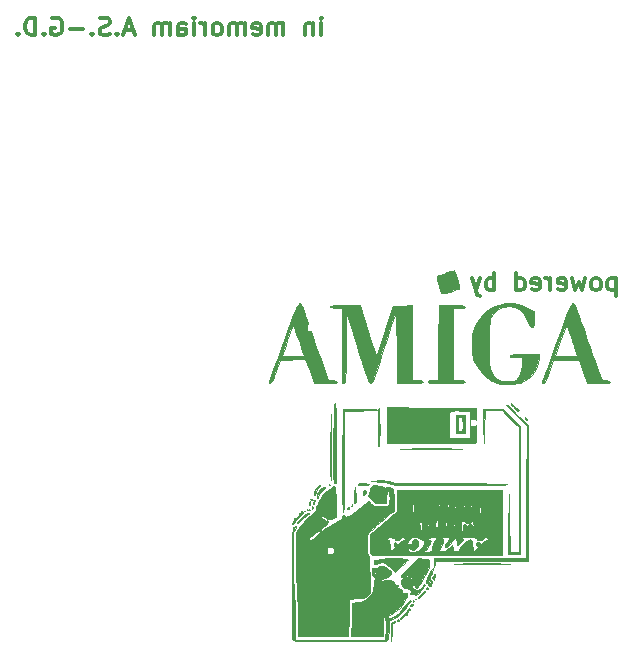
<source format=gbo>
%TF.GenerationSoftware,KiCad,Pcbnew,4.0.2+dfsg1-stable*%
%TF.CreationDate,2018-12-22T18:31:29+01:00*%
%TF.ProjectId,usbavrfloppy,757362617672666C6F7070792E6B6963,rev?*%
%TF.FileFunction,Legend,Bot*%
%FSLAX46Y46*%
G04 Gerber Fmt 4.6, Leading zero omitted, Abs format (unit mm)*
G04 Created by KiCad (PCBNEW 4.0.2+dfsg1-stable) date Sat 22 Dec 2018 18:31:29 CET*
%MOMM*%
G01*
G04 APERTURE LIST*
%ADD10C,0.100000*%
%ADD11C,0.300000*%
%ADD12C,0.010000*%
%ADD13R,1.727200X2.032000*%
%ADD14O,1.727200X2.032000*%
%ADD15R,1.727200X1.727200*%
%ADD16O,1.727200X1.727200*%
%ADD17R,2.032000X2.032000*%
%ADD18O,2.032000X2.032000*%
%ADD19O,1.250000X0.950000*%
%ADD20O,1.000000X1.550000*%
%ADD21C,4.064000*%
%ADD22C,0.899160*%
%ADD23C,0.600000*%
G04 APERTURE END LIST*
D10*
D11*
X146207143Y-61638571D02*
X146207143Y-60638571D01*
X146207143Y-60138571D02*
X146278572Y-60210000D01*
X146207143Y-60281429D01*
X146135715Y-60210000D01*
X146207143Y-60138571D01*
X146207143Y-60281429D01*
X145492857Y-60638571D02*
X145492857Y-61638571D01*
X145492857Y-60781429D02*
X145421429Y-60710000D01*
X145278571Y-60638571D01*
X145064286Y-60638571D01*
X144921429Y-60710000D01*
X144850000Y-60852857D01*
X144850000Y-61638571D01*
X142992857Y-61638571D02*
X142992857Y-60638571D01*
X142992857Y-60781429D02*
X142921429Y-60710000D01*
X142778571Y-60638571D01*
X142564286Y-60638571D01*
X142421429Y-60710000D01*
X142350000Y-60852857D01*
X142350000Y-61638571D01*
X142350000Y-60852857D02*
X142278571Y-60710000D01*
X142135714Y-60638571D01*
X141921429Y-60638571D01*
X141778571Y-60710000D01*
X141707143Y-60852857D01*
X141707143Y-61638571D01*
X140421429Y-61567143D02*
X140564286Y-61638571D01*
X140850000Y-61638571D01*
X140992857Y-61567143D01*
X141064286Y-61424286D01*
X141064286Y-60852857D01*
X140992857Y-60710000D01*
X140850000Y-60638571D01*
X140564286Y-60638571D01*
X140421429Y-60710000D01*
X140350000Y-60852857D01*
X140350000Y-60995714D01*
X141064286Y-61138571D01*
X139707143Y-61638571D02*
X139707143Y-60638571D01*
X139707143Y-60781429D02*
X139635715Y-60710000D01*
X139492857Y-60638571D01*
X139278572Y-60638571D01*
X139135715Y-60710000D01*
X139064286Y-60852857D01*
X139064286Y-61638571D01*
X139064286Y-60852857D02*
X138992857Y-60710000D01*
X138850000Y-60638571D01*
X138635715Y-60638571D01*
X138492857Y-60710000D01*
X138421429Y-60852857D01*
X138421429Y-61638571D01*
X137492857Y-61638571D02*
X137635715Y-61567143D01*
X137707143Y-61495714D01*
X137778572Y-61352857D01*
X137778572Y-60924286D01*
X137707143Y-60781429D01*
X137635715Y-60710000D01*
X137492857Y-60638571D01*
X137278572Y-60638571D01*
X137135715Y-60710000D01*
X137064286Y-60781429D01*
X136992857Y-60924286D01*
X136992857Y-61352857D01*
X137064286Y-61495714D01*
X137135715Y-61567143D01*
X137278572Y-61638571D01*
X137492857Y-61638571D01*
X136350000Y-61638571D02*
X136350000Y-60638571D01*
X136350000Y-60924286D02*
X136278572Y-60781429D01*
X136207143Y-60710000D01*
X136064286Y-60638571D01*
X135921429Y-60638571D01*
X135421429Y-61638571D02*
X135421429Y-60638571D01*
X135421429Y-60138571D02*
X135492858Y-60210000D01*
X135421429Y-60281429D01*
X135350001Y-60210000D01*
X135421429Y-60138571D01*
X135421429Y-60281429D01*
X134064286Y-61638571D02*
X134064286Y-60852857D01*
X134135715Y-60710000D01*
X134278572Y-60638571D01*
X134564286Y-60638571D01*
X134707143Y-60710000D01*
X134064286Y-61567143D02*
X134207143Y-61638571D01*
X134564286Y-61638571D01*
X134707143Y-61567143D01*
X134778572Y-61424286D01*
X134778572Y-61281429D01*
X134707143Y-61138571D01*
X134564286Y-61067143D01*
X134207143Y-61067143D01*
X134064286Y-60995714D01*
X133350000Y-61638571D02*
X133350000Y-60638571D01*
X133350000Y-60781429D02*
X133278572Y-60710000D01*
X133135714Y-60638571D01*
X132921429Y-60638571D01*
X132778572Y-60710000D01*
X132707143Y-60852857D01*
X132707143Y-61638571D01*
X132707143Y-60852857D02*
X132635714Y-60710000D01*
X132492857Y-60638571D01*
X132278572Y-60638571D01*
X132135714Y-60710000D01*
X132064286Y-60852857D01*
X132064286Y-61638571D01*
X130278572Y-61210000D02*
X129564286Y-61210000D01*
X130421429Y-61638571D02*
X129921429Y-60138571D01*
X129421429Y-61638571D01*
X128921429Y-61495714D02*
X128850001Y-61567143D01*
X128921429Y-61638571D01*
X128992858Y-61567143D01*
X128921429Y-61495714D01*
X128921429Y-61638571D01*
X128278572Y-61567143D02*
X128064286Y-61638571D01*
X127707143Y-61638571D01*
X127564286Y-61567143D01*
X127492857Y-61495714D01*
X127421429Y-61352857D01*
X127421429Y-61210000D01*
X127492857Y-61067143D01*
X127564286Y-60995714D01*
X127707143Y-60924286D01*
X127992857Y-60852857D01*
X128135715Y-60781429D01*
X128207143Y-60710000D01*
X128278572Y-60567143D01*
X128278572Y-60424286D01*
X128207143Y-60281429D01*
X128135715Y-60210000D01*
X127992857Y-60138571D01*
X127635715Y-60138571D01*
X127421429Y-60210000D01*
X126778572Y-61495714D02*
X126707144Y-61567143D01*
X126778572Y-61638571D01*
X126850001Y-61567143D01*
X126778572Y-61495714D01*
X126778572Y-61638571D01*
X126064286Y-61067143D02*
X124921429Y-61067143D01*
X123421429Y-60210000D02*
X123564286Y-60138571D01*
X123778572Y-60138571D01*
X123992857Y-60210000D01*
X124135715Y-60352857D01*
X124207143Y-60495714D01*
X124278572Y-60781429D01*
X124278572Y-60995714D01*
X124207143Y-61281429D01*
X124135715Y-61424286D01*
X123992857Y-61567143D01*
X123778572Y-61638571D01*
X123635715Y-61638571D01*
X123421429Y-61567143D01*
X123350000Y-61495714D01*
X123350000Y-60995714D01*
X123635715Y-60995714D01*
X122707143Y-61495714D02*
X122635715Y-61567143D01*
X122707143Y-61638571D01*
X122778572Y-61567143D01*
X122707143Y-61495714D01*
X122707143Y-61638571D01*
X121992857Y-61638571D02*
X121992857Y-60138571D01*
X121635714Y-60138571D01*
X121421429Y-60210000D01*
X121278571Y-60352857D01*
X121207143Y-60495714D01*
X121135714Y-60781429D01*
X121135714Y-60995714D01*
X121207143Y-61281429D01*
X121278571Y-61424286D01*
X121421429Y-61567143D01*
X121635714Y-61638571D01*
X121992857Y-61638571D01*
X120492857Y-61495714D02*
X120421429Y-61567143D01*
X120492857Y-61638571D01*
X120564286Y-61567143D01*
X120492857Y-61495714D01*
X120492857Y-61638571D01*
X171135714Y-82228571D02*
X171135714Y-83728571D01*
X171135714Y-82300000D02*
X170992857Y-82228571D01*
X170707143Y-82228571D01*
X170564286Y-82300000D01*
X170492857Y-82371429D01*
X170421428Y-82514286D01*
X170421428Y-82942857D01*
X170492857Y-83085714D01*
X170564286Y-83157143D01*
X170707143Y-83228571D01*
X170992857Y-83228571D01*
X171135714Y-83157143D01*
X169564285Y-83228571D02*
X169707143Y-83157143D01*
X169778571Y-83085714D01*
X169850000Y-82942857D01*
X169850000Y-82514286D01*
X169778571Y-82371429D01*
X169707143Y-82300000D01*
X169564285Y-82228571D01*
X169350000Y-82228571D01*
X169207143Y-82300000D01*
X169135714Y-82371429D01*
X169064285Y-82514286D01*
X169064285Y-82942857D01*
X169135714Y-83085714D01*
X169207143Y-83157143D01*
X169350000Y-83228571D01*
X169564285Y-83228571D01*
X168564285Y-82228571D02*
X168278571Y-83228571D01*
X167992857Y-82514286D01*
X167707142Y-83228571D01*
X167421428Y-82228571D01*
X166278571Y-83157143D02*
X166421428Y-83228571D01*
X166707142Y-83228571D01*
X166849999Y-83157143D01*
X166921428Y-83014286D01*
X166921428Y-82442857D01*
X166849999Y-82300000D01*
X166707142Y-82228571D01*
X166421428Y-82228571D01*
X166278571Y-82300000D01*
X166207142Y-82442857D01*
X166207142Y-82585714D01*
X166921428Y-82728571D01*
X165564285Y-83228571D02*
X165564285Y-82228571D01*
X165564285Y-82514286D02*
X165492857Y-82371429D01*
X165421428Y-82300000D01*
X165278571Y-82228571D01*
X165135714Y-82228571D01*
X164064286Y-83157143D02*
X164207143Y-83228571D01*
X164492857Y-83228571D01*
X164635714Y-83157143D01*
X164707143Y-83014286D01*
X164707143Y-82442857D01*
X164635714Y-82300000D01*
X164492857Y-82228571D01*
X164207143Y-82228571D01*
X164064286Y-82300000D01*
X163992857Y-82442857D01*
X163992857Y-82585714D01*
X164707143Y-82728571D01*
X162707143Y-83228571D02*
X162707143Y-81728571D01*
X162707143Y-83157143D02*
X162850000Y-83228571D01*
X163135714Y-83228571D01*
X163278572Y-83157143D01*
X163350000Y-83085714D01*
X163421429Y-82942857D01*
X163421429Y-82514286D01*
X163350000Y-82371429D01*
X163278572Y-82300000D01*
X163135714Y-82228571D01*
X162850000Y-82228571D01*
X162707143Y-82300000D01*
X160850000Y-83228571D02*
X160850000Y-81728571D01*
X160850000Y-82300000D02*
X160707143Y-82228571D01*
X160421429Y-82228571D01*
X160278572Y-82300000D01*
X160207143Y-82371429D01*
X160135714Y-82514286D01*
X160135714Y-82942857D01*
X160207143Y-83085714D01*
X160278572Y-83157143D01*
X160421429Y-83228571D01*
X160707143Y-83228571D01*
X160850000Y-83157143D01*
X159635714Y-82228571D02*
X159278571Y-83228571D01*
X158921429Y-82228571D02*
X159278571Y-83228571D01*
X159421429Y-83585714D01*
X159492857Y-83657143D01*
X159635714Y-83728571D01*
D12*
G36*
X161788444Y-84342284D02*
X161242834Y-84430311D01*
X160779140Y-84590106D01*
X160713218Y-84623859D01*
X160178229Y-85001184D01*
X159697745Y-85508116D01*
X159306807Y-86106053D01*
X159231328Y-86256424D01*
X159116104Y-86509285D01*
X159039412Y-86719674D01*
X158993444Y-86933505D01*
X158970389Y-87196688D01*
X158962437Y-87555135D01*
X158961667Y-87841666D01*
X158964959Y-88288607D01*
X158979310Y-88610638D01*
X159011430Y-88852126D01*
X159068031Y-89057438D01*
X159155824Y-89270941D01*
X159188578Y-89341796D01*
X159520491Y-89890582D01*
X159963706Y-90392998D01*
X160468782Y-90795895D01*
X160631795Y-90893158D01*
X160872523Y-91013303D01*
X161097206Y-91089389D01*
X161360958Y-91133294D01*
X161718895Y-91156896D01*
X161882667Y-91162749D01*
X162425565Y-91160960D01*
X162827627Y-91118119D01*
X162993300Y-91073853D01*
X163576698Y-90779196D01*
X164038780Y-90382774D01*
X164368246Y-89899752D01*
X164553792Y-89345292D01*
X164592000Y-88928877D01*
X164592000Y-88646000D01*
X163364333Y-88646000D01*
X162876702Y-88648417D01*
X162534465Y-88657317D01*
X162313732Y-88675172D01*
X162190612Y-88704452D01*
X162141213Y-88747629D01*
X162136667Y-88773000D01*
X162175680Y-88846743D01*
X162313981Y-88886335D01*
X162583459Y-88899749D01*
X162644667Y-88900000D01*
X163152667Y-88900000D01*
X163152535Y-89513833D01*
X163107242Y-90068387D01*
X162972356Y-90484332D01*
X162748968Y-90758855D01*
X162644667Y-90823740D01*
X162444955Y-90881645D01*
X162150619Y-90920585D01*
X161916354Y-90930751D01*
X161436351Y-90877205D01*
X161058382Y-90701784D01*
X160751310Y-90386241D01*
X160612667Y-90166723D01*
X160541107Y-90031952D01*
X160487245Y-89900494D01*
X160448055Y-89745758D01*
X160420512Y-89541157D01*
X160401593Y-89260101D01*
X160388272Y-88876002D01*
X160377524Y-88362271D01*
X160372251Y-88053333D01*
X160365025Y-87317259D01*
X160372643Y-86727543D01*
X160398463Y-86261603D01*
X160445840Y-85896855D01*
X160518133Y-85610713D01*
X160618698Y-85380594D01*
X160750892Y-85183914D01*
X160809108Y-85114394D01*
X161156987Y-84807676D01*
X161560344Y-84635901D01*
X162059382Y-84582002D01*
X162063009Y-84581999D01*
X162568894Y-84659609D01*
X163005516Y-84889498D01*
X163367813Y-85267254D01*
X163650724Y-85788464D01*
X163744095Y-86047319D01*
X163834132Y-86262240D01*
X163939549Y-86343492D01*
X164016871Y-86343653D01*
X164105411Y-86313503D01*
X164156167Y-86231929D01*
X164178787Y-86061669D01*
X164182915Y-85765462D01*
X164182504Y-85703833D01*
X164179508Y-85393264D01*
X164176229Y-85150064D01*
X164173337Y-85023062D01*
X164173123Y-85019071D01*
X164096562Y-84938573D01*
X163901625Y-84822005D01*
X163629888Y-84688883D01*
X163322924Y-84558724D01*
X163022307Y-84451045D01*
X162869760Y-84407215D01*
X162352057Y-84332445D01*
X161788444Y-84342284D01*
X161788444Y-84342284D01*
G37*
X161788444Y-84342284D02*
X161242834Y-84430311D01*
X160779140Y-84590106D01*
X160713218Y-84623859D01*
X160178229Y-85001184D01*
X159697745Y-85508116D01*
X159306807Y-86106053D01*
X159231328Y-86256424D01*
X159116104Y-86509285D01*
X159039412Y-86719674D01*
X158993444Y-86933505D01*
X158970389Y-87196688D01*
X158962437Y-87555135D01*
X158961667Y-87841666D01*
X158964959Y-88288607D01*
X158979310Y-88610638D01*
X159011430Y-88852126D01*
X159068031Y-89057438D01*
X159155824Y-89270941D01*
X159188578Y-89341796D01*
X159520491Y-89890582D01*
X159963706Y-90392998D01*
X160468782Y-90795895D01*
X160631795Y-90893158D01*
X160872523Y-91013303D01*
X161097206Y-91089389D01*
X161360958Y-91133294D01*
X161718895Y-91156896D01*
X161882667Y-91162749D01*
X162425565Y-91160960D01*
X162827627Y-91118119D01*
X162993300Y-91073853D01*
X163576698Y-90779196D01*
X164038780Y-90382774D01*
X164368246Y-89899752D01*
X164553792Y-89345292D01*
X164592000Y-88928877D01*
X164592000Y-88646000D01*
X163364333Y-88646000D01*
X162876702Y-88648417D01*
X162534465Y-88657317D01*
X162313732Y-88675172D01*
X162190612Y-88704452D01*
X162141213Y-88747629D01*
X162136667Y-88773000D01*
X162175680Y-88846743D01*
X162313981Y-88886335D01*
X162583459Y-88899749D01*
X162644667Y-88900000D01*
X163152667Y-88900000D01*
X163152535Y-89513833D01*
X163107242Y-90068387D01*
X162972356Y-90484332D01*
X162748968Y-90758855D01*
X162644667Y-90823740D01*
X162444955Y-90881645D01*
X162150619Y-90920585D01*
X161916354Y-90930751D01*
X161436351Y-90877205D01*
X161058382Y-90701784D01*
X160751310Y-90386241D01*
X160612667Y-90166723D01*
X160541107Y-90031952D01*
X160487245Y-89900494D01*
X160448055Y-89745758D01*
X160420512Y-89541157D01*
X160401593Y-89260101D01*
X160388272Y-88876002D01*
X160377524Y-88362271D01*
X160372251Y-88053333D01*
X160365025Y-87317259D01*
X160372643Y-86727543D01*
X160398463Y-86261603D01*
X160445840Y-85896855D01*
X160518133Y-85610713D01*
X160618698Y-85380594D01*
X160750892Y-85183914D01*
X160809108Y-85114394D01*
X161156987Y-84807676D01*
X161560344Y-84635901D01*
X162059382Y-84582002D01*
X162063009Y-84581999D01*
X162568894Y-84659609D01*
X163005516Y-84889498D01*
X163367813Y-85267254D01*
X163650724Y-85788464D01*
X163744095Y-86047319D01*
X163834132Y-86262240D01*
X163939549Y-86343492D01*
X164016871Y-86343653D01*
X164105411Y-86313503D01*
X164156167Y-86231929D01*
X164178787Y-86061669D01*
X164182915Y-85765462D01*
X164182504Y-85703833D01*
X164179508Y-85393264D01*
X164176229Y-85150064D01*
X164173337Y-85023062D01*
X164173123Y-85019071D01*
X164096562Y-84938573D01*
X163901625Y-84822005D01*
X163629888Y-84688883D01*
X163322924Y-84558724D01*
X163022307Y-84451045D01*
X162869760Y-84407215D01*
X162352057Y-84332445D01*
X161788444Y-84342284D01*
G36*
X167400729Y-84374869D02*
X167337070Y-84460047D01*
X167254969Y-84613281D01*
X167149064Y-84847629D01*
X167013989Y-85176147D01*
X166844381Y-85611892D01*
X166634875Y-86167923D01*
X166380107Y-86857295D01*
X166074713Y-87693067D01*
X166066850Y-87714666D01*
X165807447Y-88427695D01*
X165566847Y-89089763D01*
X165351051Y-89684305D01*
X165166059Y-90194756D01*
X165017871Y-90604552D01*
X164912488Y-90897129D01*
X164855909Y-91055921D01*
X164847762Y-91080166D01*
X164916447Y-91097938D01*
X164994167Y-91100902D01*
X165073990Y-91060274D01*
X165165501Y-90925292D01*
X165278816Y-90675635D01*
X165424050Y-90290983D01*
X165489406Y-90106069D01*
X165836479Y-89111666D01*
X168000935Y-89111666D01*
X168349217Y-90106500D01*
X168697498Y-91101333D01*
X169650416Y-91101333D01*
X170075644Y-91097514D01*
X170357408Y-91083859D01*
X170521455Y-91057068D01*
X170593527Y-91013841D01*
X170603333Y-90979201D01*
X170527228Y-90885479D01*
X170294327Y-90834759D01*
X170250294Y-90831034D01*
X170062683Y-90811378D01*
X169942631Y-90762222D01*
X169855239Y-90646737D01*
X169765608Y-90428091D01*
X169704169Y-90254666D01*
X169627885Y-90036747D01*
X169504548Y-89683810D01*
X169342842Y-89220734D01*
X169179179Y-88751833D01*
X167814801Y-88751833D01*
X167733563Y-88777508D01*
X167517665Y-88798206D01*
X167201760Y-88811548D01*
X166889305Y-88815333D01*
X165969276Y-88815333D01*
X166444805Y-87503310D01*
X166605709Y-87066239D01*
X166748525Y-86691233D01*
X166862862Y-86404553D01*
X166938332Y-86232462D01*
X166962667Y-86194241D01*
X167000577Y-86270465D01*
X167078310Y-86475019D01*
X167184812Y-86774725D01*
X167309028Y-87136404D01*
X167439904Y-87526876D01*
X167566386Y-87912964D01*
X167677418Y-88261488D01*
X167761947Y-88539269D01*
X167808918Y-88713129D01*
X167814801Y-88751833D01*
X169179179Y-88751833D01*
X169151453Y-88672399D01*
X168939066Y-88063682D01*
X168714364Y-87419465D01*
X168625395Y-87164333D01*
X168406275Y-86536586D01*
X168203067Y-85955664D01*
X168022992Y-85442113D01*
X167873270Y-85016480D01*
X167761123Y-84699310D01*
X167693771Y-84511151D01*
X167679078Y-84471690D01*
X167553317Y-84352866D01*
X167451312Y-84344690D01*
X167400729Y-84374869D01*
X167400729Y-84374869D01*
G37*
X167400729Y-84374869D02*
X167337070Y-84460047D01*
X167254969Y-84613281D01*
X167149064Y-84847629D01*
X167013989Y-85176147D01*
X166844381Y-85611892D01*
X166634875Y-86167923D01*
X166380107Y-86857295D01*
X166074713Y-87693067D01*
X166066850Y-87714666D01*
X165807447Y-88427695D01*
X165566847Y-89089763D01*
X165351051Y-89684305D01*
X165166059Y-90194756D01*
X165017871Y-90604552D01*
X164912488Y-90897129D01*
X164855909Y-91055921D01*
X164847762Y-91080166D01*
X164916447Y-91097938D01*
X164994167Y-91100902D01*
X165073990Y-91060274D01*
X165165501Y-90925292D01*
X165278816Y-90675635D01*
X165424050Y-90290983D01*
X165489406Y-90106069D01*
X165836479Y-89111666D01*
X168000935Y-89111666D01*
X168349217Y-90106500D01*
X168697498Y-91101333D01*
X169650416Y-91101333D01*
X170075644Y-91097514D01*
X170357408Y-91083859D01*
X170521455Y-91057068D01*
X170593527Y-91013841D01*
X170603333Y-90979201D01*
X170527228Y-90885479D01*
X170294327Y-90834759D01*
X170250294Y-90831034D01*
X170062683Y-90811378D01*
X169942631Y-90762222D01*
X169855239Y-90646737D01*
X169765608Y-90428091D01*
X169704169Y-90254666D01*
X169627885Y-90036747D01*
X169504548Y-89683810D01*
X169342842Y-89220734D01*
X169179179Y-88751833D01*
X167814801Y-88751833D01*
X167733563Y-88777508D01*
X167517665Y-88798206D01*
X167201760Y-88811548D01*
X166889305Y-88815333D01*
X165969276Y-88815333D01*
X166444805Y-87503310D01*
X166605709Y-87066239D01*
X166748525Y-86691233D01*
X166862862Y-86404553D01*
X166938332Y-86232462D01*
X166962667Y-86194241D01*
X167000577Y-86270465D01*
X167078310Y-86475019D01*
X167184812Y-86774725D01*
X167309028Y-87136404D01*
X167439904Y-87526876D01*
X167566386Y-87912964D01*
X167677418Y-88261488D01*
X167761947Y-88539269D01*
X167808918Y-88713129D01*
X167814801Y-88751833D01*
X169179179Y-88751833D01*
X169151453Y-88672399D01*
X168939066Y-88063682D01*
X168714364Y-87419465D01*
X168625395Y-87164333D01*
X168406275Y-86536586D01*
X168203067Y-85955664D01*
X168022992Y-85442113D01*
X167873270Y-85016480D01*
X167761123Y-84699310D01*
X167693771Y-84511151D01*
X167679078Y-84471690D01*
X167553317Y-84352866D01*
X167451312Y-84344690D01*
X167400729Y-84374869D01*
G36*
X156105197Y-87651166D02*
X156083000Y-90805000D01*
X155638500Y-90830591D01*
X155355095Y-90862795D01*
X155216875Y-90922637D01*
X155194000Y-90978757D01*
X155218004Y-91022729D01*
X155304003Y-91055093D01*
X155472976Y-91077491D01*
X155745902Y-91091566D01*
X156143760Y-91098959D01*
X156687531Y-91101311D01*
X156760333Y-91101333D01*
X157322086Y-91099462D01*
X157735537Y-91092752D01*
X158021688Y-91079556D01*
X158201541Y-91058229D01*
X158296097Y-91027124D01*
X158326359Y-90984594D01*
X158326667Y-90978558D01*
X158274370Y-90901046D01*
X158100485Y-90853290D01*
X157839833Y-90830391D01*
X157353000Y-90805000D01*
X157330764Y-87778166D01*
X157308528Y-84751333D01*
X157817597Y-84751333D01*
X158112922Y-84741616D01*
X158271631Y-84707161D01*
X158325611Y-84640015D01*
X158326667Y-84624333D01*
X158302127Y-84571418D01*
X158211801Y-84535159D01*
X158030633Y-84512661D01*
X157733565Y-84501031D01*
X157295539Y-84497374D01*
X157227031Y-84497333D01*
X156127394Y-84497333D01*
X156105197Y-87651166D01*
X156105197Y-87651166D01*
G37*
X156105197Y-87651166D02*
X156083000Y-90805000D01*
X155638500Y-90830591D01*
X155355095Y-90862795D01*
X155216875Y-90922637D01*
X155194000Y-90978757D01*
X155218004Y-91022729D01*
X155304003Y-91055093D01*
X155472976Y-91077491D01*
X155745902Y-91091566D01*
X156143760Y-91098959D01*
X156687531Y-91101311D01*
X156760333Y-91101333D01*
X157322086Y-91099462D01*
X157735537Y-91092752D01*
X158021688Y-91079556D01*
X158201541Y-91058229D01*
X158296097Y-91027124D01*
X158326359Y-90984594D01*
X158326667Y-90978558D01*
X158274370Y-90901046D01*
X158100485Y-90853290D01*
X157839833Y-90830391D01*
X157353000Y-90805000D01*
X157330764Y-87778166D01*
X157308528Y-84751333D01*
X157817597Y-84751333D01*
X158112922Y-84741616D01*
X158271631Y-84707161D01*
X158325611Y-84640015D01*
X158326667Y-84624333D01*
X158302127Y-84571418D01*
X158211801Y-84535159D01*
X158030633Y-84512661D01*
X157733565Y-84501031D01*
X157295539Y-84497374D01*
X157227031Y-84497333D01*
X156127394Y-84497333D01*
X156105197Y-87651166D01*
G36*
X153060052Y-84515322D02*
X152280770Y-84539666D01*
X151599552Y-86631004D01*
X151414332Y-87195674D01*
X151244416Y-87706184D01*
X151097266Y-88140709D01*
X150980347Y-88477427D01*
X150901121Y-88694514D01*
X150868159Y-88769622D01*
X150831152Y-88704925D01*
X150752278Y-88498492D01*
X150638439Y-88170745D01*
X150496538Y-87742106D01*
X150333479Y-87232998D01*
X150156164Y-86663843D01*
X150154097Y-86657118D01*
X149490209Y-84497333D01*
X148186382Y-84497333D01*
X147668763Y-84500462D01*
X147301696Y-84510890D01*
X147066498Y-84530174D01*
X146944484Y-84559872D01*
X146916971Y-84601543D01*
X146917467Y-84603166D01*
X147020751Y-84671244D01*
X147257397Y-84719517D01*
X147432523Y-84734391D01*
X147912667Y-84759783D01*
X147912667Y-87930558D01*
X147912892Y-88746128D01*
X147914138Y-89408332D01*
X147917255Y-89933137D01*
X147923098Y-90336512D01*
X147932519Y-90634423D01*
X147946370Y-90842838D01*
X147965504Y-90977725D01*
X147990775Y-91055051D01*
X148023034Y-91090783D01*
X148063135Y-91100889D01*
X148082000Y-91101333D01*
X148126488Y-91096904D01*
X148162459Y-91072725D01*
X148190861Y-91012453D01*
X148212645Y-90899748D01*
X148228759Y-90718268D01*
X148240152Y-90451672D01*
X148247773Y-90083620D01*
X148252571Y-89597769D01*
X148255495Y-88977780D01*
X148257494Y-88207310D01*
X148257779Y-88074500D01*
X148264225Y-85047666D01*
X148758963Y-86571666D01*
X148962993Y-87201993D01*
X149194155Y-87919110D01*
X149429460Y-88651525D01*
X149645921Y-89327744D01*
X149733833Y-89603386D01*
X149904733Y-90134666D01*
X150035759Y-90524609D01*
X150136076Y-90793954D01*
X150214849Y-90963442D01*
X150281243Y-91053812D01*
X150344422Y-91085805D01*
X150388559Y-91085052D01*
X150440049Y-91060361D01*
X150497564Y-90991479D01*
X150566648Y-90863664D01*
X150652840Y-90662175D01*
X150761685Y-90372270D01*
X150898724Y-89979207D01*
X151069499Y-89468245D01*
X151279553Y-88824643D01*
X151526761Y-88057538D01*
X151745719Y-87377692D01*
X151949320Y-86749686D01*
X152131621Y-86191536D01*
X152286681Y-85721257D01*
X152408556Y-85356862D01*
X152491306Y-85116366D01*
X152528986Y-85017785D01*
X152529851Y-85016593D01*
X152538878Y-85088862D01*
X152547180Y-85311938D01*
X152554515Y-85667295D01*
X152560639Y-86136407D01*
X152565312Y-86700750D01*
X152568290Y-87341797D01*
X152569333Y-88039222D01*
X152569333Y-91101333D01*
X153670000Y-91101333D01*
X154128407Y-91098502D01*
X154442592Y-91088085D01*
X154637605Y-91067190D01*
X154738491Y-91032927D01*
X154770299Y-90982406D01*
X154770667Y-90974333D01*
X154728860Y-90897744D01*
X154582164Y-90858313D01*
X154305000Y-90847333D01*
X153839333Y-90847333D01*
X153839333Y-84490978D01*
X153060052Y-84515322D01*
X153060052Y-84515322D01*
G37*
X153060052Y-84515322D02*
X152280770Y-84539666D01*
X151599552Y-86631004D01*
X151414332Y-87195674D01*
X151244416Y-87706184D01*
X151097266Y-88140709D01*
X150980347Y-88477427D01*
X150901121Y-88694514D01*
X150868159Y-88769622D01*
X150831152Y-88704925D01*
X150752278Y-88498492D01*
X150638439Y-88170745D01*
X150496538Y-87742106D01*
X150333479Y-87232998D01*
X150156164Y-86663843D01*
X150154097Y-86657118D01*
X149490209Y-84497333D01*
X148186382Y-84497333D01*
X147668763Y-84500462D01*
X147301696Y-84510890D01*
X147066498Y-84530174D01*
X146944484Y-84559872D01*
X146916971Y-84601543D01*
X146917467Y-84603166D01*
X147020751Y-84671244D01*
X147257397Y-84719517D01*
X147432523Y-84734391D01*
X147912667Y-84759783D01*
X147912667Y-87930558D01*
X147912892Y-88746128D01*
X147914138Y-89408332D01*
X147917255Y-89933137D01*
X147923098Y-90336512D01*
X147932519Y-90634423D01*
X147946370Y-90842838D01*
X147965504Y-90977725D01*
X147990775Y-91055051D01*
X148023034Y-91090783D01*
X148063135Y-91100889D01*
X148082000Y-91101333D01*
X148126488Y-91096904D01*
X148162459Y-91072725D01*
X148190861Y-91012453D01*
X148212645Y-90899748D01*
X148228759Y-90718268D01*
X148240152Y-90451672D01*
X148247773Y-90083620D01*
X148252571Y-89597769D01*
X148255495Y-88977780D01*
X148257494Y-88207310D01*
X148257779Y-88074500D01*
X148264225Y-85047666D01*
X148758963Y-86571666D01*
X148962993Y-87201993D01*
X149194155Y-87919110D01*
X149429460Y-88651525D01*
X149645921Y-89327744D01*
X149733833Y-89603386D01*
X149904733Y-90134666D01*
X150035759Y-90524609D01*
X150136076Y-90793954D01*
X150214849Y-90963442D01*
X150281243Y-91053812D01*
X150344422Y-91085805D01*
X150388559Y-91085052D01*
X150440049Y-91060361D01*
X150497564Y-90991479D01*
X150566648Y-90863664D01*
X150652840Y-90662175D01*
X150761685Y-90372270D01*
X150898724Y-89979207D01*
X151069499Y-89468245D01*
X151279553Y-88824643D01*
X151526761Y-88057538D01*
X151745719Y-87377692D01*
X151949320Y-86749686D01*
X152131621Y-86191536D01*
X152286681Y-85721257D01*
X152408556Y-85356862D01*
X152491306Y-85116366D01*
X152528986Y-85017785D01*
X152529851Y-85016593D01*
X152538878Y-85088862D01*
X152547180Y-85311938D01*
X152554515Y-85667295D01*
X152560639Y-86136407D01*
X152565312Y-86700750D01*
X152568290Y-87341797D01*
X152569333Y-88039222D01*
X152569333Y-91101333D01*
X153670000Y-91101333D01*
X154128407Y-91098502D01*
X154442592Y-91088085D01*
X154637605Y-91067190D01*
X154738491Y-91032927D01*
X154770299Y-90982406D01*
X154770667Y-90974333D01*
X154728860Y-90897744D01*
X154582164Y-90858313D01*
X154305000Y-90847333D01*
X153839333Y-90847333D01*
X153839333Y-84490978D01*
X153060052Y-84515322D01*
G36*
X144353649Y-84340117D02*
X144330435Y-84344732D01*
X144278923Y-84371842D01*
X144217007Y-84448048D01*
X144139021Y-84587017D01*
X144039299Y-84802415D01*
X143912176Y-85107907D01*
X143751986Y-85517161D01*
X143553062Y-86043841D01*
X143309738Y-86701615D01*
X143016350Y-87504149D01*
X142985941Y-87587666D01*
X142677706Y-88433883D01*
X142422510Y-89134313D01*
X142216015Y-89702484D01*
X142053883Y-90151924D01*
X141931773Y-90496162D01*
X141845348Y-90748726D01*
X141790268Y-90923144D01*
X141762195Y-91032946D01*
X141756790Y-91091658D01*
X141769714Y-91112810D01*
X141796628Y-91109930D01*
X141833194Y-91096546D01*
X141863326Y-91087949D01*
X141957153Y-91009427D01*
X142076271Y-90798643D01*
X142226476Y-90443891D01*
X142359787Y-90085333D01*
X142708570Y-89111666D01*
X144842184Y-89064442D01*
X145209433Y-90082887D01*
X145576682Y-91101333D01*
X146533008Y-91101333D01*
X146959095Y-91097535D01*
X147241683Y-91083951D01*
X147406483Y-91057298D01*
X147479203Y-91014293D01*
X147489333Y-90979201D01*
X147415005Y-90886631D01*
X147186055Y-90835884D01*
X147129500Y-90831034D01*
X146769667Y-90805000D01*
X146054189Y-88751933D01*
X144695333Y-88751933D01*
X144616379Y-88777441D01*
X144402329Y-88798045D01*
X144087400Y-88811410D01*
X143766521Y-88815333D01*
X142837708Y-88815333D01*
X143182581Y-87862833D01*
X143332437Y-87447959D01*
X143474270Y-87053555D01*
X143590578Y-86728389D01*
X143655966Y-86543806D01*
X143743346Y-86342651D01*
X143820527Y-86244677D01*
X143848346Y-86247472D01*
X143893232Y-86345401D01*
X143977958Y-86569682D01*
X144090718Y-86885407D01*
X144219704Y-87257663D01*
X144353110Y-87651539D01*
X144479129Y-88032124D01*
X144585955Y-88364507D01*
X144661780Y-88613776D01*
X144694799Y-88745021D01*
X144695333Y-88751933D01*
X146054189Y-88751933D01*
X146032024Y-88688333D01*
X145701914Y-87740787D01*
X145423035Y-86940679D01*
X145190552Y-86275665D01*
X144999629Y-85733403D01*
X144845430Y-85301547D01*
X144723120Y-84967755D01*
X144627864Y-84719683D01*
X144554825Y-84544987D01*
X144499168Y-84431323D01*
X144456058Y-84366348D01*
X144420658Y-84337718D01*
X144388134Y-84333089D01*
X144353649Y-84340117D01*
X144353649Y-84340117D01*
G37*
X144353649Y-84340117D02*
X144330435Y-84344732D01*
X144278923Y-84371842D01*
X144217007Y-84448048D01*
X144139021Y-84587017D01*
X144039299Y-84802415D01*
X143912176Y-85107907D01*
X143751986Y-85517161D01*
X143553062Y-86043841D01*
X143309738Y-86701615D01*
X143016350Y-87504149D01*
X142985941Y-87587666D01*
X142677706Y-88433883D01*
X142422510Y-89134313D01*
X142216015Y-89702484D01*
X142053883Y-90151924D01*
X141931773Y-90496162D01*
X141845348Y-90748726D01*
X141790268Y-90923144D01*
X141762195Y-91032946D01*
X141756790Y-91091658D01*
X141769714Y-91112810D01*
X141796628Y-91109930D01*
X141833194Y-91096546D01*
X141863326Y-91087949D01*
X141957153Y-91009427D01*
X142076271Y-90798643D01*
X142226476Y-90443891D01*
X142359787Y-90085333D01*
X142708570Y-89111666D01*
X144842184Y-89064442D01*
X145209433Y-90082887D01*
X145576682Y-91101333D01*
X146533008Y-91101333D01*
X146959095Y-91097535D01*
X147241683Y-91083951D01*
X147406483Y-91057298D01*
X147479203Y-91014293D01*
X147489333Y-90979201D01*
X147415005Y-90886631D01*
X147186055Y-90835884D01*
X147129500Y-90831034D01*
X146769667Y-90805000D01*
X146054189Y-88751933D01*
X144695333Y-88751933D01*
X144616379Y-88777441D01*
X144402329Y-88798045D01*
X144087400Y-88811410D01*
X143766521Y-88815333D01*
X142837708Y-88815333D01*
X143182581Y-87862833D01*
X143332437Y-87447959D01*
X143474270Y-87053555D01*
X143590578Y-86728389D01*
X143655966Y-86543806D01*
X143743346Y-86342651D01*
X143820527Y-86244677D01*
X143848346Y-86247472D01*
X143893232Y-86345401D01*
X143977958Y-86569682D01*
X144090718Y-86885407D01*
X144219704Y-87257663D01*
X144353110Y-87651539D01*
X144479129Y-88032124D01*
X144585955Y-88364507D01*
X144661780Y-88613776D01*
X144694799Y-88745021D01*
X144695333Y-88751933D01*
X146054189Y-88751933D01*
X146032024Y-88688333D01*
X145701914Y-87740787D01*
X145423035Y-86940679D01*
X145190552Y-86275665D01*
X144999629Y-85733403D01*
X144845430Y-85301547D01*
X144723120Y-84967755D01*
X144627864Y-84719683D01*
X144554825Y-84544987D01*
X144499168Y-84431323D01*
X144456058Y-84366348D01*
X144420658Y-84337718D01*
X144388134Y-84333089D01*
X144353649Y-84340117D01*
G36*
X157330651Y-81558306D02*
X157121951Y-81621446D01*
X156845332Y-81708747D01*
X156546114Y-81805538D01*
X156269620Y-81897147D01*
X156061170Y-81968903D01*
X155966086Y-82006133D01*
X155964882Y-82007034D01*
X155970646Y-82096597D01*
X156014504Y-82302418D01*
X156084020Y-82579133D01*
X156166757Y-82881381D01*
X156250280Y-83163802D01*
X156322152Y-83381032D01*
X156369936Y-83487711D01*
X156371201Y-83489068D01*
X156469673Y-83489433D01*
X156690139Y-83447916D01*
X156992824Y-83372674D01*
X157141333Y-83331122D01*
X157466546Y-83234651D01*
X157724272Y-83153552D01*
X157875261Y-83100381D01*
X157897654Y-83089178D01*
X157887316Y-83003384D01*
X157836778Y-82800967D01*
X157759142Y-82525138D01*
X157667510Y-82219109D01*
X157574983Y-81926091D01*
X157494665Y-81689293D01*
X157439656Y-81551928D01*
X157426111Y-81534000D01*
X157330651Y-81558306D01*
X157330651Y-81558306D01*
G37*
X157330651Y-81558306D02*
X157121951Y-81621446D01*
X156845332Y-81708747D01*
X156546114Y-81805538D01*
X156269620Y-81897147D01*
X156061170Y-81968903D01*
X155966086Y-82006133D01*
X155964882Y-82007034D01*
X155970646Y-82096597D01*
X156014504Y-82302418D01*
X156084020Y-82579133D01*
X156166757Y-82881381D01*
X156250280Y-83163802D01*
X156322152Y-83381032D01*
X156369936Y-83487711D01*
X156371201Y-83489068D01*
X156469673Y-83489433D01*
X156690139Y-83447916D01*
X156992824Y-83372674D01*
X157141333Y-83331122D01*
X157466546Y-83234651D01*
X157724272Y-83153552D01*
X157875261Y-83100381D01*
X157897654Y-83089178D01*
X157887316Y-83003384D01*
X157836778Y-82800967D01*
X157759142Y-82525138D01*
X157667510Y-82219109D01*
X157574983Y-81926091D01*
X157494665Y-81689293D01*
X157439656Y-81551928D01*
X157426111Y-81534000D01*
X157330651Y-81558306D01*
G36*
X152362597Y-111191226D02*
X152339020Y-111230833D01*
X152232445Y-111327774D01*
X152181278Y-111336667D01*
X152123433Y-111371090D01*
X152086822Y-111492169D01*
X152067461Y-111726613D01*
X152061367Y-112101133D01*
X152061333Y-112141000D01*
X152065466Y-112486633D01*
X152076576Y-112757866D01*
X152092726Y-112917927D01*
X152103666Y-112945333D01*
X152122856Y-112867175D01*
X152137507Y-112658702D01*
X152145310Y-112358921D01*
X152146000Y-112230467D01*
X152150473Y-111874113D01*
X152169774Y-111646791D01*
X152212723Y-111508311D01*
X152288142Y-111418478D01*
X152331392Y-111385748D01*
X152444227Y-111270527D01*
X152446800Y-111190447D01*
X152362597Y-111191226D01*
X152362597Y-111191226D01*
G37*
X152362597Y-111191226D02*
X152339020Y-111230833D01*
X152232445Y-111327774D01*
X152181278Y-111336667D01*
X152123433Y-111371090D01*
X152086822Y-111492169D01*
X152067461Y-111726613D01*
X152061367Y-112101133D01*
X152061333Y-112141000D01*
X152065466Y-112486633D01*
X152076576Y-112757866D01*
X152092726Y-112917927D01*
X152103666Y-112945333D01*
X152122856Y-112867175D01*
X152137507Y-112658702D01*
X152145310Y-112358921D01*
X152146000Y-112230467D01*
X152150473Y-111874113D01*
X152169774Y-111646791D01*
X152212723Y-111508311D01*
X152288142Y-111418478D01*
X152331392Y-111385748D01*
X152444227Y-111270527D01*
X152446800Y-111190447D01*
X152362597Y-111191226D01*
G36*
X143867817Y-103237855D02*
X143835915Y-103280112D01*
X143808835Y-103346984D01*
X143786099Y-103452012D01*
X143767229Y-103608740D01*
X143751748Y-103830707D01*
X143739176Y-104131456D01*
X143729037Y-104524529D01*
X143720851Y-105023467D01*
X143714141Y-105641811D01*
X143708430Y-106393104D01*
X143703238Y-107290887D01*
X143699725Y-107999433D01*
X143695760Y-109183391D01*
X143695933Y-110198544D01*
X143700250Y-111045370D01*
X143708717Y-111724349D01*
X143721342Y-112235958D01*
X143738130Y-112580676D01*
X143759088Y-112758980D01*
X143766203Y-112780117D01*
X143791998Y-112818722D01*
X143834137Y-112850797D01*
X143907296Y-112876944D01*
X144026155Y-112897770D01*
X144205392Y-112913878D01*
X144459686Y-112925873D01*
X144803714Y-112934359D01*
X145252155Y-112939941D01*
X145819688Y-112943223D01*
X146520990Y-112944809D01*
X147370741Y-112945305D01*
X147778278Y-112945333D01*
X148733151Y-112944442D01*
X149531336Y-112941538D01*
X150185471Y-112936273D01*
X150708193Y-112928300D01*
X151112139Y-112917274D01*
X151409948Y-112902845D01*
X151614256Y-112884669D01*
X151737702Y-112862397D01*
X151792922Y-112835683D01*
X151793425Y-112835091D01*
X151837223Y-112704663D01*
X151875865Y-112450727D01*
X151903178Y-112119103D01*
X151909626Y-111972629D01*
X151934333Y-111220410D01*
X152363654Y-111003372D01*
X152668091Y-110801571D01*
X152988072Y-110513698D01*
X153274638Y-110190868D01*
X153478833Y-109884194D01*
X153519105Y-109797005D01*
X153608536Y-109669303D01*
X153667272Y-109643333D01*
X153740054Y-109573640D01*
X153751991Y-109495167D01*
X153739689Y-109435003D01*
X153695990Y-109439592D01*
X153605970Y-109524592D01*
X153454705Y-109705660D01*
X153227273Y-109998453D01*
X153049981Y-110231714D01*
X152863155Y-110454905D01*
X152699463Y-110609631D01*
X152605481Y-110659333D01*
X152496687Y-110695584D01*
X152484666Y-110723332D01*
X152413395Y-110805163D01*
X152246908Y-110891311D01*
X152056198Y-110953703D01*
X151912258Y-110964270D01*
X151893980Y-110956890D01*
X151815167Y-110872687D01*
X151869414Y-110783025D01*
X152070160Y-110671150D01*
X152152775Y-110634289D01*
X152376081Y-110505701D01*
X152621049Y-110317557D01*
X152846779Y-110107849D01*
X153012373Y-109914572D01*
X153076929Y-109775790D01*
X153129879Y-109661187D01*
X153240390Y-109521790D01*
X153388168Y-109300145D01*
X153461235Y-109114167D01*
X153485628Y-108952442D01*
X153418165Y-108890656D01*
X153256843Y-108881333D01*
X153074177Y-108861865D01*
X153012953Y-108779460D01*
X153014831Y-108690833D01*
X152986387Y-108534700D01*
X152865666Y-108488166D01*
X152685418Y-108473719D01*
X152615900Y-108467000D01*
X152594764Y-108413267D01*
X152637066Y-108356400D01*
X152731929Y-108216971D01*
X152696537Y-108145402D01*
X152583478Y-108157177D01*
X152439383Y-108143154D01*
X152327778Y-107985835D01*
X152263765Y-107868996D01*
X152176785Y-107805800D01*
X152022242Y-107783494D01*
X151755543Y-107789323D01*
X151657467Y-107794119D01*
X151344078Y-107798239D01*
X151145138Y-107775902D01*
X151087666Y-107738333D01*
X151157867Y-107680852D01*
X151271805Y-107677041D01*
X151441048Y-107660705D01*
X151509636Y-107613541D01*
X151628359Y-107544550D01*
X151756406Y-107526667D01*
X151952094Y-107447307D01*
X151969340Y-107421758D01*
X151431945Y-107421758D01*
X151348722Y-107435316D01*
X151238908Y-107419749D01*
X151237998Y-107399667D01*
X151130000Y-107399667D01*
X151087666Y-107442000D01*
X151045333Y-107399667D01*
X151087666Y-107357333D01*
X151130000Y-107399667D01*
X151237998Y-107399667D01*
X151237597Y-107390847D01*
X151350914Y-107370636D01*
X151399875Y-107384163D01*
X151431945Y-107421758D01*
X151969340Y-107421758D01*
X152055324Y-107294378D01*
X152107882Y-107146153D01*
X150822137Y-107146153D01*
X150818032Y-107254886D01*
X150735018Y-107261105D01*
X150667949Y-107193850D01*
X150675800Y-107084955D01*
X150696414Y-107067336D01*
X150787241Y-107089103D01*
X150822137Y-107146153D01*
X152107882Y-107146153D01*
X152110532Y-107138680D01*
X152082523Y-107022671D01*
X151948560Y-106885403D01*
X151881612Y-106828711D01*
X151641894Y-106682570D01*
X151380233Y-106602237D01*
X151150357Y-106596806D01*
X151005996Y-106675371D01*
X151003000Y-106680000D01*
X150888788Y-106740510D01*
X150696559Y-106764667D01*
X150531204Y-106777550D01*
X150465915Y-106849412D01*
X150464721Y-107030073D01*
X150468722Y-107080220D01*
X150528471Y-107336622D01*
X150670639Y-107482276D01*
X150690374Y-107492624D01*
X150815127Y-107570579D01*
X150792357Y-107623053D01*
X150753874Y-107640080D01*
X150676636Y-107715652D01*
X150635216Y-107889763D01*
X150622058Y-108195942D01*
X150622000Y-108225401D01*
X150617522Y-108503824D01*
X150586920Y-108693447D01*
X150504442Y-108850582D01*
X150344336Y-109031544D01*
X150177500Y-109197417D01*
X149934968Y-109426627D01*
X149752290Y-109560492D01*
X149573685Y-109627372D01*
X149343375Y-109655628D01*
X149267333Y-109660192D01*
X148801666Y-109685667D01*
X148778453Y-111103833D01*
X148755239Y-112522000D01*
X151384000Y-112522000D01*
X151384000Y-111722663D01*
X151391465Y-111371574D01*
X151411507Y-111088428D01*
X151440593Y-110913014D01*
X151459073Y-110876929D01*
X151560587Y-110871832D01*
X151625792Y-111009624D01*
X151655915Y-111297300D01*
X151652181Y-111741852D01*
X151643451Y-111929333D01*
X151595666Y-112818333D01*
X143975666Y-112818333D01*
X143953161Y-110468833D01*
X143943214Y-109737789D01*
X143928801Y-109130163D01*
X143910370Y-108655966D01*
X143888374Y-108325212D01*
X143863264Y-108147911D01*
X143847327Y-108119333D01*
X143820087Y-108036283D01*
X143797799Y-107793473D01*
X143780833Y-107400416D01*
X143769554Y-106866624D01*
X143764332Y-106201608D01*
X143764000Y-105962908D01*
X143764774Y-105297999D01*
X143768145Y-104780094D01*
X143775683Y-104386865D01*
X143788960Y-104095988D01*
X143809546Y-103885136D01*
X143839013Y-103731982D01*
X143878932Y-103614199D01*
X143930874Y-103509462D01*
X143937482Y-103497613D01*
X144042500Y-103272076D01*
X144057095Y-103147736D01*
X143985989Y-103142191D01*
X143867817Y-103237855D01*
X143867817Y-103237855D01*
G37*
X143867817Y-103237855D02*
X143835915Y-103280112D01*
X143808835Y-103346984D01*
X143786099Y-103452012D01*
X143767229Y-103608740D01*
X143751748Y-103830707D01*
X143739176Y-104131456D01*
X143729037Y-104524529D01*
X143720851Y-105023467D01*
X143714141Y-105641811D01*
X143708430Y-106393104D01*
X143703238Y-107290887D01*
X143699725Y-107999433D01*
X143695760Y-109183391D01*
X143695933Y-110198544D01*
X143700250Y-111045370D01*
X143708717Y-111724349D01*
X143721342Y-112235958D01*
X143738130Y-112580676D01*
X143759088Y-112758980D01*
X143766203Y-112780117D01*
X143791998Y-112818722D01*
X143834137Y-112850797D01*
X143907296Y-112876944D01*
X144026155Y-112897770D01*
X144205392Y-112913878D01*
X144459686Y-112925873D01*
X144803714Y-112934359D01*
X145252155Y-112939941D01*
X145819688Y-112943223D01*
X146520990Y-112944809D01*
X147370741Y-112945305D01*
X147778278Y-112945333D01*
X148733151Y-112944442D01*
X149531336Y-112941538D01*
X150185471Y-112936273D01*
X150708193Y-112928300D01*
X151112139Y-112917274D01*
X151409948Y-112902845D01*
X151614256Y-112884669D01*
X151737702Y-112862397D01*
X151792922Y-112835683D01*
X151793425Y-112835091D01*
X151837223Y-112704663D01*
X151875865Y-112450727D01*
X151903178Y-112119103D01*
X151909626Y-111972629D01*
X151934333Y-111220410D01*
X152363654Y-111003372D01*
X152668091Y-110801571D01*
X152988072Y-110513698D01*
X153274638Y-110190868D01*
X153478833Y-109884194D01*
X153519105Y-109797005D01*
X153608536Y-109669303D01*
X153667272Y-109643333D01*
X153740054Y-109573640D01*
X153751991Y-109495167D01*
X153739689Y-109435003D01*
X153695990Y-109439592D01*
X153605970Y-109524592D01*
X153454705Y-109705660D01*
X153227273Y-109998453D01*
X153049981Y-110231714D01*
X152863155Y-110454905D01*
X152699463Y-110609631D01*
X152605481Y-110659333D01*
X152496687Y-110695584D01*
X152484666Y-110723332D01*
X152413395Y-110805163D01*
X152246908Y-110891311D01*
X152056198Y-110953703D01*
X151912258Y-110964270D01*
X151893980Y-110956890D01*
X151815167Y-110872687D01*
X151869414Y-110783025D01*
X152070160Y-110671150D01*
X152152775Y-110634289D01*
X152376081Y-110505701D01*
X152621049Y-110317557D01*
X152846779Y-110107849D01*
X153012373Y-109914572D01*
X153076929Y-109775790D01*
X153129879Y-109661187D01*
X153240390Y-109521790D01*
X153388168Y-109300145D01*
X153461235Y-109114167D01*
X153485628Y-108952442D01*
X153418165Y-108890656D01*
X153256843Y-108881333D01*
X153074177Y-108861865D01*
X153012953Y-108779460D01*
X153014831Y-108690833D01*
X152986387Y-108534700D01*
X152865666Y-108488166D01*
X152685418Y-108473719D01*
X152615900Y-108467000D01*
X152594764Y-108413267D01*
X152637066Y-108356400D01*
X152731929Y-108216971D01*
X152696537Y-108145402D01*
X152583478Y-108157177D01*
X152439383Y-108143154D01*
X152327778Y-107985835D01*
X152263765Y-107868996D01*
X152176785Y-107805800D01*
X152022242Y-107783494D01*
X151755543Y-107789323D01*
X151657467Y-107794119D01*
X151344078Y-107798239D01*
X151145138Y-107775902D01*
X151087666Y-107738333D01*
X151157867Y-107680852D01*
X151271805Y-107677041D01*
X151441048Y-107660705D01*
X151509636Y-107613541D01*
X151628359Y-107544550D01*
X151756406Y-107526667D01*
X151952094Y-107447307D01*
X151969340Y-107421758D01*
X151431945Y-107421758D01*
X151348722Y-107435316D01*
X151238908Y-107419749D01*
X151237998Y-107399667D01*
X151130000Y-107399667D01*
X151087666Y-107442000D01*
X151045333Y-107399667D01*
X151087666Y-107357333D01*
X151130000Y-107399667D01*
X151237998Y-107399667D01*
X151237597Y-107390847D01*
X151350914Y-107370636D01*
X151399875Y-107384163D01*
X151431945Y-107421758D01*
X151969340Y-107421758D01*
X152055324Y-107294378D01*
X152107882Y-107146153D01*
X150822137Y-107146153D01*
X150818032Y-107254886D01*
X150735018Y-107261105D01*
X150667949Y-107193850D01*
X150675800Y-107084955D01*
X150696414Y-107067336D01*
X150787241Y-107089103D01*
X150822137Y-107146153D01*
X152107882Y-107146153D01*
X152110532Y-107138680D01*
X152082523Y-107022671D01*
X151948560Y-106885403D01*
X151881612Y-106828711D01*
X151641894Y-106682570D01*
X151380233Y-106602237D01*
X151150357Y-106596806D01*
X151005996Y-106675371D01*
X151003000Y-106680000D01*
X150888788Y-106740510D01*
X150696559Y-106764667D01*
X150531204Y-106777550D01*
X150465915Y-106849412D01*
X150464721Y-107030073D01*
X150468722Y-107080220D01*
X150528471Y-107336622D01*
X150670639Y-107482276D01*
X150690374Y-107492624D01*
X150815127Y-107570579D01*
X150792357Y-107623053D01*
X150753874Y-107640080D01*
X150676636Y-107715652D01*
X150635216Y-107889763D01*
X150622058Y-108195942D01*
X150622000Y-108225401D01*
X150617522Y-108503824D01*
X150586920Y-108693447D01*
X150504442Y-108850582D01*
X150344336Y-109031544D01*
X150177500Y-109197417D01*
X149934968Y-109426627D01*
X149752290Y-109560492D01*
X149573685Y-109627372D01*
X149343375Y-109655628D01*
X149267333Y-109660192D01*
X148801666Y-109685667D01*
X148778453Y-111103833D01*
X148755239Y-112522000D01*
X151384000Y-112522000D01*
X151384000Y-111722663D01*
X151391465Y-111371574D01*
X151411507Y-111088428D01*
X151440593Y-110913014D01*
X151459073Y-110876929D01*
X151560587Y-110871832D01*
X151625792Y-111009624D01*
X151655915Y-111297300D01*
X151652181Y-111741852D01*
X151643451Y-111929333D01*
X151595666Y-112818333D01*
X143975666Y-112818333D01*
X143953161Y-110468833D01*
X143943214Y-109737789D01*
X143928801Y-109130163D01*
X143910370Y-108655966D01*
X143888374Y-108325212D01*
X143863264Y-108147911D01*
X143847327Y-108119333D01*
X143820087Y-108036283D01*
X143797799Y-107793473D01*
X143780833Y-107400416D01*
X143769554Y-106866624D01*
X143764332Y-106201608D01*
X143764000Y-105962908D01*
X143764774Y-105297999D01*
X143768145Y-104780094D01*
X143775683Y-104386865D01*
X143788960Y-104095988D01*
X143809546Y-103885136D01*
X143839013Y-103731982D01*
X143878932Y-103614199D01*
X143930874Y-103509462D01*
X143937482Y-103497613D01*
X144042500Y-103272076D01*
X144057095Y-103147736D01*
X143985989Y-103142191D01*
X143867817Y-103237855D01*
G36*
X150554329Y-99702561D02*
X150448612Y-99843035D01*
X150331347Y-100115823D01*
X150291591Y-100222740D01*
X150134016Y-100653846D01*
X150450057Y-100962452D01*
X150649869Y-101142894D01*
X150816161Y-101230401D01*
X151024710Y-101252670D01*
X151223216Y-101245029D01*
X151680333Y-101219000D01*
X151705528Y-100640476D01*
X151723588Y-100338400D01*
X151750202Y-100178070D01*
X151793948Y-100131898D01*
X151853695Y-100164010D01*
X151923617Y-100307006D01*
X151965451Y-100557255D01*
X151978175Y-100854854D01*
X151960762Y-101139899D01*
X151912190Y-101352488D01*
X151875067Y-101413733D01*
X151736618Y-101469152D01*
X151479659Y-101505410D01*
X151223533Y-101515333D01*
X150905655Y-101506018D01*
X150698292Y-101467065D01*
X150543133Y-101381961D01*
X150442834Y-101294246D01*
X150212069Y-101073160D01*
X149890661Y-101315413D01*
X149668570Y-101484767D01*
X149486867Y-101626653D01*
X149439460Y-101664955D01*
X149014327Y-102006189D01*
X148694601Y-102237412D01*
X148465054Y-102367445D01*
X148310460Y-102405112D01*
X148224418Y-102368951D01*
X148072363Y-102278277D01*
X147958623Y-102305057D01*
X147934493Y-102435154D01*
X147937548Y-102448002D01*
X147933341Y-102572005D01*
X147824269Y-102678853D01*
X147629923Y-102779677D01*
X147320407Y-102938788D01*
X147008056Y-103125061D01*
X146956407Y-103159341D01*
X146749390Y-103290570D01*
X146598861Y-103368591D01*
X146564607Y-103378000D01*
X146457477Y-103435745D01*
X146389440Y-103504068D01*
X146263320Y-103582489D01*
X146158257Y-103550995D01*
X146135245Y-103478836D01*
X146199199Y-103399386D01*
X146358862Y-103270228D01*
X146431578Y-103218919D01*
X146595861Y-103072076D01*
X146703124Y-102913735D01*
X146739976Y-102782416D01*
X146693031Y-102716637D01*
X146601194Y-102730954D01*
X146484191Y-102709735D01*
X146324917Y-102613332D01*
X146173920Y-102483588D01*
X146081747Y-102362347D01*
X146082340Y-102301438D01*
X146181472Y-102302101D01*
X146353457Y-102361588D01*
X146527905Y-102448420D01*
X146634421Y-102531120D01*
X146642666Y-102552001D01*
X146712513Y-102607579D01*
X146884914Y-102606424D01*
X147104165Y-102552028D01*
X147189016Y-102517743D01*
X147404666Y-102419486D01*
X147404666Y-101120743D01*
X147401930Y-100610099D01*
X147392416Y-100246943D01*
X147374169Y-100009499D01*
X147345233Y-99875990D01*
X147303654Y-99824641D01*
X147288033Y-99822000D01*
X147140056Y-99881744D01*
X147064703Y-99950562D01*
X146918265Y-100072228D01*
X146699942Y-100201135D01*
X146668207Y-100216643D01*
X146496461Y-100326860D01*
X146339369Y-100502571D01*
X146169140Y-100779482D01*
X146044871Y-101017535D01*
X145894177Y-101329522D01*
X145778913Y-101591523D01*
X145717079Y-101761635D01*
X145711333Y-101793947D01*
X145648821Y-101928368D01*
X145491170Y-102113256D01*
X145283212Y-102303776D01*
X145069777Y-102455090D01*
X145026863Y-102478500D01*
X144893076Y-102590707D01*
X144702911Y-102804874D01*
X144491481Y-103080469D01*
X144431037Y-103166333D01*
X144022479Y-103759000D01*
X144020239Y-105807170D01*
X144022975Y-106489577D01*
X144032487Y-107051949D01*
X144048316Y-107482525D01*
X144070000Y-107769546D01*
X144097077Y-107901249D01*
X144102666Y-107907667D01*
X144129636Y-108008620D01*
X144151900Y-108268471D01*
X144169081Y-108676839D01*
X144180803Y-109223344D01*
X144186689Y-109897604D01*
X144187333Y-110240997D01*
X144187333Y-112522000D01*
X148501597Y-112522000D01*
X148524632Y-110934500D01*
X148547666Y-109347000D01*
X149182344Y-109321703D01*
X149526211Y-109300482D01*
X149752487Y-109260414D01*
X149912867Y-109186686D01*
X150050178Y-109073030D01*
X150283333Y-108849652D01*
X150280333Y-107362659D01*
X150275482Y-106773462D01*
X150262562Y-106331507D01*
X150239972Y-106014829D01*
X150206106Y-105801458D01*
X150159362Y-105669430D01*
X150156333Y-105664000D01*
X150082278Y-105424002D01*
X150041112Y-105023758D01*
X150032333Y-104677034D01*
X150033243Y-104309615D01*
X150047024Y-104067851D01*
X150085092Y-103908066D01*
X150158863Y-103786587D01*
X150210420Y-103732489D01*
X146129911Y-103732489D01*
X146064644Y-103778813D01*
X145934306Y-103861665D01*
X145753662Y-104014946D01*
X145711333Y-104055333D01*
X145485948Y-104248552D01*
X145297192Y-104362676D01*
X145171839Y-104387905D01*
X145136662Y-104314440D01*
X145151941Y-104260075D01*
X145196770Y-104125107D01*
X145203333Y-104090742D01*
X145272457Y-104059249D01*
X145330333Y-104055333D01*
X145443122Y-104018092D01*
X145457333Y-103986589D01*
X145519246Y-103896579D01*
X145672721Y-103759709D01*
X145719611Y-103723934D01*
X145909976Y-103604462D01*
X146028353Y-103595584D01*
X146079445Y-103633928D01*
X146129911Y-103732489D01*
X150210420Y-103732489D01*
X150279752Y-103659741D01*
X150304500Y-103635768D01*
X150538870Y-103417874D01*
X150853151Y-103137168D01*
X151205487Y-102829827D01*
X151554024Y-102532028D01*
X151856908Y-102279948D01*
X152055002Y-102122727D01*
X152315333Y-101925787D01*
X152315333Y-101010631D01*
X152313702Y-100606553D01*
X152303892Y-100337115D01*
X152278527Y-100167626D01*
X152230232Y-100063394D01*
X152151631Y-99989730D01*
X152089277Y-99947357D01*
X151895442Y-99852814D01*
X151744675Y-99875085D01*
X151712202Y-99893553D01*
X151561009Y-99940147D01*
X151509928Y-99904933D01*
X151393909Y-99840292D01*
X151255987Y-99822000D01*
X151020977Y-99785964D01*
X150835354Y-99722696D01*
X150674556Y-99670436D01*
X150554329Y-99702561D01*
X150554329Y-99702561D01*
G37*
X150554329Y-99702561D02*
X150448612Y-99843035D01*
X150331347Y-100115823D01*
X150291591Y-100222740D01*
X150134016Y-100653846D01*
X150450057Y-100962452D01*
X150649869Y-101142894D01*
X150816161Y-101230401D01*
X151024710Y-101252670D01*
X151223216Y-101245029D01*
X151680333Y-101219000D01*
X151705528Y-100640476D01*
X151723588Y-100338400D01*
X151750202Y-100178070D01*
X151793948Y-100131898D01*
X151853695Y-100164010D01*
X151923617Y-100307006D01*
X151965451Y-100557255D01*
X151978175Y-100854854D01*
X151960762Y-101139899D01*
X151912190Y-101352488D01*
X151875067Y-101413733D01*
X151736618Y-101469152D01*
X151479659Y-101505410D01*
X151223533Y-101515333D01*
X150905655Y-101506018D01*
X150698292Y-101467065D01*
X150543133Y-101381961D01*
X150442834Y-101294246D01*
X150212069Y-101073160D01*
X149890661Y-101315413D01*
X149668570Y-101484767D01*
X149486867Y-101626653D01*
X149439460Y-101664955D01*
X149014327Y-102006189D01*
X148694601Y-102237412D01*
X148465054Y-102367445D01*
X148310460Y-102405112D01*
X148224418Y-102368951D01*
X148072363Y-102278277D01*
X147958623Y-102305057D01*
X147934493Y-102435154D01*
X147937548Y-102448002D01*
X147933341Y-102572005D01*
X147824269Y-102678853D01*
X147629923Y-102779677D01*
X147320407Y-102938788D01*
X147008056Y-103125061D01*
X146956407Y-103159341D01*
X146749390Y-103290570D01*
X146598861Y-103368591D01*
X146564607Y-103378000D01*
X146457477Y-103435745D01*
X146389440Y-103504068D01*
X146263320Y-103582489D01*
X146158257Y-103550995D01*
X146135245Y-103478836D01*
X146199199Y-103399386D01*
X146358862Y-103270228D01*
X146431578Y-103218919D01*
X146595861Y-103072076D01*
X146703124Y-102913735D01*
X146739976Y-102782416D01*
X146693031Y-102716637D01*
X146601194Y-102730954D01*
X146484191Y-102709735D01*
X146324917Y-102613332D01*
X146173920Y-102483588D01*
X146081747Y-102362347D01*
X146082340Y-102301438D01*
X146181472Y-102302101D01*
X146353457Y-102361588D01*
X146527905Y-102448420D01*
X146634421Y-102531120D01*
X146642666Y-102552001D01*
X146712513Y-102607579D01*
X146884914Y-102606424D01*
X147104165Y-102552028D01*
X147189016Y-102517743D01*
X147404666Y-102419486D01*
X147404666Y-101120743D01*
X147401930Y-100610099D01*
X147392416Y-100246943D01*
X147374169Y-100009499D01*
X147345233Y-99875990D01*
X147303654Y-99824641D01*
X147288033Y-99822000D01*
X147140056Y-99881744D01*
X147064703Y-99950562D01*
X146918265Y-100072228D01*
X146699942Y-100201135D01*
X146668207Y-100216643D01*
X146496461Y-100326860D01*
X146339369Y-100502571D01*
X146169140Y-100779482D01*
X146044871Y-101017535D01*
X145894177Y-101329522D01*
X145778913Y-101591523D01*
X145717079Y-101761635D01*
X145711333Y-101793947D01*
X145648821Y-101928368D01*
X145491170Y-102113256D01*
X145283212Y-102303776D01*
X145069777Y-102455090D01*
X145026863Y-102478500D01*
X144893076Y-102590707D01*
X144702911Y-102804874D01*
X144491481Y-103080469D01*
X144431037Y-103166333D01*
X144022479Y-103759000D01*
X144020239Y-105807170D01*
X144022975Y-106489577D01*
X144032487Y-107051949D01*
X144048316Y-107482525D01*
X144070000Y-107769546D01*
X144097077Y-107901249D01*
X144102666Y-107907667D01*
X144129636Y-108008620D01*
X144151900Y-108268471D01*
X144169081Y-108676839D01*
X144180803Y-109223344D01*
X144186689Y-109897604D01*
X144187333Y-110240997D01*
X144187333Y-112522000D01*
X148501597Y-112522000D01*
X148524632Y-110934500D01*
X148547666Y-109347000D01*
X149182344Y-109321703D01*
X149526211Y-109300482D01*
X149752487Y-109260414D01*
X149912867Y-109186686D01*
X150050178Y-109073030D01*
X150283333Y-108849652D01*
X150280333Y-107362659D01*
X150275482Y-106773462D01*
X150262562Y-106331507D01*
X150239972Y-106014829D01*
X150206106Y-105801458D01*
X150159362Y-105669430D01*
X150156333Y-105664000D01*
X150082278Y-105424002D01*
X150041112Y-105023758D01*
X150032333Y-104677034D01*
X150033243Y-104309615D01*
X150047024Y-104067851D01*
X150085092Y-103908066D01*
X150158863Y-103786587D01*
X150210420Y-103732489D01*
X146129911Y-103732489D01*
X146064644Y-103778813D01*
X145934306Y-103861665D01*
X145753662Y-104014946D01*
X145711333Y-104055333D01*
X145485948Y-104248552D01*
X145297192Y-104362676D01*
X145171839Y-104387905D01*
X145136662Y-104314440D01*
X145151941Y-104260075D01*
X145196770Y-104125107D01*
X145203333Y-104090742D01*
X145272457Y-104059249D01*
X145330333Y-104055333D01*
X145443122Y-104018092D01*
X145457333Y-103986589D01*
X145519246Y-103896579D01*
X145672721Y-103759709D01*
X145719611Y-103723934D01*
X145909976Y-103604462D01*
X146028353Y-103595584D01*
X146079445Y-103633928D01*
X146129911Y-103732489D01*
X150210420Y-103732489D01*
X150279752Y-103659741D01*
X150304500Y-103635768D01*
X150538870Y-103417874D01*
X150853151Y-103137168D01*
X151205487Y-102829827D01*
X151554024Y-102532028D01*
X151856908Y-102279948D01*
X152055002Y-102122727D01*
X152315333Y-101925787D01*
X152315333Y-101010631D01*
X152313702Y-100606553D01*
X152303892Y-100337115D01*
X152278527Y-100167626D01*
X152230232Y-100063394D01*
X152151631Y-99989730D01*
X152089277Y-99947357D01*
X151895442Y-99852814D01*
X151744675Y-99875085D01*
X151712202Y-99893553D01*
X151561009Y-99940147D01*
X151509928Y-99904933D01*
X151393909Y-99840292D01*
X151255987Y-99822000D01*
X151020977Y-99785964D01*
X150835354Y-99722696D01*
X150674556Y-99670436D01*
X150554329Y-99702561D01*
G36*
X152571793Y-111147096D02*
X152569333Y-111167333D01*
X152633762Y-111249540D01*
X152654000Y-111252000D01*
X152736206Y-111187571D01*
X152738666Y-111167333D01*
X152674237Y-111085127D01*
X152654000Y-111082667D01*
X152571793Y-111147096D01*
X152571793Y-111147096D01*
G37*
X152571793Y-111147096D02*
X152569333Y-111167333D01*
X152633762Y-111249540D01*
X152654000Y-111252000D01*
X152736206Y-111187571D01*
X152738666Y-111167333D01*
X152674237Y-111085127D01*
X152654000Y-111082667D01*
X152571793Y-111147096D01*
G36*
X153555254Y-110169778D02*
X153534776Y-110189795D01*
X153436023Y-110315111D01*
X153416000Y-110368122D01*
X153359498Y-110456282D01*
X153215908Y-110613140D01*
X153119666Y-110707150D01*
X152946452Y-110879631D01*
X152839731Y-111003466D01*
X152823333Y-111034648D01*
X152870266Y-111082606D01*
X152994175Y-111009328D01*
X153139572Y-110863694D01*
X153298198Y-110729319D01*
X153422167Y-110705909D01*
X153427820Y-110708972D01*
X153487087Y-110720248D01*
X153466510Y-110672563D01*
X153460907Y-110553620D01*
X153524329Y-110409997D01*
X153617718Y-110303585D01*
X153702016Y-110296274D01*
X153703236Y-110297458D01*
X153729267Y-110286624D01*
X153708585Y-110214428D01*
X153647353Y-110118908D01*
X153555254Y-110169778D01*
X153555254Y-110169778D01*
G37*
X153555254Y-110169778D02*
X153534776Y-110189795D01*
X153436023Y-110315111D01*
X153416000Y-110368122D01*
X153359498Y-110456282D01*
X153215908Y-110613140D01*
X153119666Y-110707150D01*
X152946452Y-110879631D01*
X152839731Y-111003466D01*
X152823333Y-111034648D01*
X152870266Y-111082606D01*
X152994175Y-111009328D01*
X153139572Y-110863694D01*
X153298198Y-110729319D01*
X153422167Y-110705909D01*
X153427820Y-110708972D01*
X153487087Y-110720248D01*
X153466510Y-110672563D01*
X153460907Y-110553620D01*
X153524329Y-110409997D01*
X153617718Y-110303585D01*
X153702016Y-110296274D01*
X153703236Y-110297458D01*
X153729267Y-110286624D01*
X153708585Y-110214428D01*
X153647353Y-110118908D01*
X153555254Y-110169778D01*
G36*
X153797000Y-109782049D02*
X153684962Y-109865155D01*
X153670000Y-109906392D01*
X153726744Y-109977776D01*
X153841824Y-109947466D01*
X153867555Y-109925555D01*
X153923996Y-109813008D01*
X153854806Y-109768302D01*
X153797000Y-109782049D01*
X153797000Y-109782049D01*
G37*
X153797000Y-109782049D02*
X153684962Y-109865155D01*
X153670000Y-109906392D01*
X153726744Y-109977776D01*
X153841824Y-109947466D01*
X153867555Y-109925555D01*
X153923996Y-109813008D01*
X153854806Y-109768302D01*
X153797000Y-109782049D01*
G36*
X153952222Y-109502222D02*
X153942089Y-109602702D01*
X153952222Y-109615111D01*
X154002556Y-109603489D01*
X154008666Y-109558667D01*
X153977688Y-109488976D01*
X153952222Y-109502222D01*
X153952222Y-109502222D01*
G37*
X153952222Y-109502222D02*
X153942089Y-109602702D01*
X153952222Y-109615111D01*
X154002556Y-109603489D01*
X154008666Y-109558667D01*
X153977688Y-109488976D01*
X153952222Y-109502222D01*
G36*
X154121555Y-109332889D02*
X154133178Y-109383223D01*
X154178000Y-109389333D01*
X154247690Y-109358355D01*
X154234444Y-109332889D01*
X154133965Y-109322756D01*
X154121555Y-109332889D01*
X154121555Y-109332889D01*
G37*
X154121555Y-109332889D02*
X154133178Y-109383223D01*
X154178000Y-109389333D01*
X154247690Y-109358355D01*
X154234444Y-109332889D01*
X154133965Y-109322756D01*
X154121555Y-109332889D01*
G36*
X154916407Y-108680894D02*
X154770170Y-108794037D01*
X154598725Y-108950860D01*
X154446013Y-109110185D01*
X154355975Y-109230834D01*
X154347333Y-109258137D01*
X154396065Y-109301940D01*
X154538160Y-109212563D01*
X154760110Y-109001478D01*
X154915441Y-108820604D01*
X154993989Y-108688820D01*
X154993497Y-108652608D01*
X154916407Y-108680894D01*
X154916407Y-108680894D01*
G37*
X154916407Y-108680894D02*
X154770170Y-108794037D01*
X154598725Y-108950860D01*
X154446013Y-109110185D01*
X154355975Y-109230834D01*
X154347333Y-109258137D01*
X154396065Y-109301940D01*
X154538160Y-109212563D01*
X154760110Y-109001478D01*
X154915441Y-108820604D01*
X154993989Y-108688820D01*
X154993497Y-108652608D01*
X154916407Y-108680894D01*
G36*
X153648833Y-106648071D02*
X153364682Y-106934611D01*
X153130947Y-107181015D01*
X152970990Y-107361883D01*
X152908172Y-107451815D01*
X152908000Y-107453569D01*
X152978122Y-107516904D01*
X153056166Y-107529359D01*
X153158004Y-107540334D01*
X153122438Y-107592874D01*
X153056166Y-107644526D01*
X152935785Y-107824331D01*
X152937223Y-108044660D01*
X153038726Y-108256251D01*
X153218543Y-108409842D01*
X153415370Y-108458000D01*
X153609070Y-108494809D01*
X153752635Y-108581969D01*
X153805272Y-108684581D01*
X153758778Y-108751792D01*
X153668608Y-108853625D01*
X153719427Y-108921805D01*
X153874058Y-108918011D01*
X154040686Y-108911116D01*
X154106892Y-109011656D01*
X154150050Y-109060551D01*
X154253294Y-109005491D01*
X154434974Y-108834320D01*
X154537833Y-108726219D01*
X154739950Y-108491468D01*
X154884352Y-108288459D01*
X154939996Y-108160871D01*
X154940000Y-108160297D01*
X154899848Y-108069884D01*
X154855333Y-108077000D01*
X154775185Y-108200400D01*
X154770666Y-108238208D01*
X154696699Y-108416027D01*
X154517377Y-108547025D01*
X154296571Y-108590447D01*
X154233762Y-108580805D01*
X154011802Y-108489104D01*
X153885073Y-108366970D01*
X153880192Y-108247558D01*
X153928853Y-108201001D01*
X154045581Y-108188523D01*
X154111180Y-108292120D01*
X154184754Y-108424306D01*
X154276093Y-108431262D01*
X154403776Y-108303443D01*
X154571060Y-108055833D01*
X154633163Y-107950000D01*
X154262666Y-107950000D01*
X154233780Y-108032465D01*
X154225330Y-108034667D01*
X154153044Y-107975338D01*
X154135666Y-107950000D01*
X154142379Y-107871981D01*
X154173003Y-107865333D01*
X154259221Y-107926794D01*
X154262666Y-107950000D01*
X154633163Y-107950000D01*
X154761385Y-107731492D01*
X154052655Y-107731492D01*
X153967773Y-107731400D01*
X153927519Y-107721452D01*
X153764691Y-107652378D01*
X153706017Y-107601113D01*
X153709473Y-107534846D01*
X153804702Y-107532665D01*
X153930915Y-107585181D01*
X154003138Y-107647005D01*
X154052655Y-107731492D01*
X154761385Y-107731492D01*
X154885147Y-107520586D01*
X154924390Y-107442000D01*
X153585333Y-107442000D01*
X153516757Y-107517114D01*
X153458333Y-107526667D01*
X153345661Y-107480949D01*
X153331333Y-107442000D01*
X153399910Y-107366885D01*
X153458333Y-107357333D01*
X153571005Y-107403051D01*
X153585333Y-107442000D01*
X154924390Y-107442000D01*
X155126360Y-107037549D01*
X155284476Y-106630491D01*
X155349273Y-106323184D01*
X155348466Y-106248044D01*
X155325261Y-106083244D01*
X155266800Y-105995222D01*
X155128979Y-105956249D01*
X154867691Y-105938595D01*
X154855333Y-105938002D01*
X154389666Y-105915671D01*
X153648833Y-106648071D01*
X153648833Y-106648071D01*
G37*
X153648833Y-106648071D02*
X153364682Y-106934611D01*
X153130947Y-107181015D01*
X152970990Y-107361883D01*
X152908172Y-107451815D01*
X152908000Y-107453569D01*
X152978122Y-107516904D01*
X153056166Y-107529359D01*
X153158004Y-107540334D01*
X153122438Y-107592874D01*
X153056166Y-107644526D01*
X152935785Y-107824331D01*
X152937223Y-108044660D01*
X153038726Y-108256251D01*
X153218543Y-108409842D01*
X153415370Y-108458000D01*
X153609070Y-108494809D01*
X153752635Y-108581969D01*
X153805272Y-108684581D01*
X153758778Y-108751792D01*
X153668608Y-108853625D01*
X153719427Y-108921805D01*
X153874058Y-108918011D01*
X154040686Y-108911116D01*
X154106892Y-109011656D01*
X154150050Y-109060551D01*
X154253294Y-109005491D01*
X154434974Y-108834320D01*
X154537833Y-108726219D01*
X154739950Y-108491468D01*
X154884352Y-108288459D01*
X154939996Y-108160871D01*
X154940000Y-108160297D01*
X154899848Y-108069884D01*
X154855333Y-108077000D01*
X154775185Y-108200400D01*
X154770666Y-108238208D01*
X154696699Y-108416027D01*
X154517377Y-108547025D01*
X154296571Y-108590447D01*
X154233762Y-108580805D01*
X154011802Y-108489104D01*
X153885073Y-108366970D01*
X153880192Y-108247558D01*
X153928853Y-108201001D01*
X154045581Y-108188523D01*
X154111180Y-108292120D01*
X154184754Y-108424306D01*
X154276093Y-108431262D01*
X154403776Y-108303443D01*
X154571060Y-108055833D01*
X154633163Y-107950000D01*
X154262666Y-107950000D01*
X154233780Y-108032465D01*
X154225330Y-108034667D01*
X154153044Y-107975338D01*
X154135666Y-107950000D01*
X154142379Y-107871981D01*
X154173003Y-107865333D01*
X154259221Y-107926794D01*
X154262666Y-107950000D01*
X154633163Y-107950000D01*
X154761385Y-107731492D01*
X154052655Y-107731492D01*
X153967773Y-107731400D01*
X153927519Y-107721452D01*
X153764691Y-107652378D01*
X153706017Y-107601113D01*
X153709473Y-107534846D01*
X153804702Y-107532665D01*
X153930915Y-107585181D01*
X154003138Y-107647005D01*
X154052655Y-107731492D01*
X154761385Y-107731492D01*
X154885147Y-107520586D01*
X154924390Y-107442000D01*
X153585333Y-107442000D01*
X153516757Y-107517114D01*
X153458333Y-107526667D01*
X153345661Y-107480949D01*
X153331333Y-107442000D01*
X153399910Y-107366885D01*
X153458333Y-107357333D01*
X153571005Y-107403051D01*
X153585333Y-107442000D01*
X154924390Y-107442000D01*
X155126360Y-107037549D01*
X155284476Y-106630491D01*
X155349273Y-106323184D01*
X155348466Y-106248044D01*
X155325261Y-106083244D01*
X155266800Y-105995222D01*
X155128979Y-105956249D01*
X154867691Y-105938595D01*
X154855333Y-105938002D01*
X154389666Y-105915671D01*
X153648833Y-106648071D01*
G36*
X155027127Y-108437762D02*
X155024666Y-108458000D01*
X155089096Y-108540206D01*
X155109333Y-108542667D01*
X155191540Y-108478237D01*
X155194000Y-108458000D01*
X155129571Y-108375793D01*
X155109333Y-108373333D01*
X155027127Y-108437762D01*
X155027127Y-108437762D01*
G37*
X155027127Y-108437762D02*
X155024666Y-108458000D01*
X155089096Y-108540206D01*
X155109333Y-108542667D01*
X155191540Y-108478237D01*
X155194000Y-108458000D01*
X155129571Y-108375793D01*
X155109333Y-108373333D01*
X155027127Y-108437762D01*
G36*
X155548731Y-106818450D02*
X155429969Y-106998988D01*
X155276229Y-107306815D01*
X155273357Y-107313141D01*
X155125341Y-107650906D01*
X155049236Y-107864607D01*
X155040797Y-107981425D01*
X155095783Y-108028540D01*
X155160725Y-108034667D01*
X155257144Y-108086278D01*
X155255011Y-108143524D01*
X155284618Y-108234473D01*
X155366736Y-108252381D01*
X155474244Y-108221917D01*
X155476828Y-108182148D01*
X155488054Y-108068183D01*
X155542545Y-107980431D01*
X155576788Y-107914722D01*
X155448000Y-107914722D01*
X155398646Y-108007440D01*
X155297096Y-107992656D01*
X155213403Y-107881208D01*
X155250252Y-107794842D01*
X155313944Y-107780667D01*
X155430576Y-107848836D01*
X155448000Y-107914722D01*
X155576788Y-107914722D01*
X155604366Y-107861805D01*
X155519682Y-107775207D01*
X155507500Y-107768266D01*
X155400708Y-107659013D01*
X155362605Y-107529245D01*
X155407782Y-107447155D01*
X155437701Y-107442000D01*
X155502635Y-107368217D01*
X155575563Y-107183505D01*
X155598032Y-107103333D01*
X155642474Y-106864347D01*
X155622803Y-106771478D01*
X155548731Y-106818450D01*
X155548731Y-106818450D01*
G37*
X155548731Y-106818450D02*
X155429969Y-106998988D01*
X155276229Y-107306815D01*
X155273357Y-107313141D01*
X155125341Y-107650906D01*
X155049236Y-107864607D01*
X155040797Y-107981425D01*
X155095783Y-108028540D01*
X155160725Y-108034667D01*
X155257144Y-108086278D01*
X155255011Y-108143524D01*
X155284618Y-108234473D01*
X155366736Y-108252381D01*
X155474244Y-108221917D01*
X155476828Y-108182148D01*
X155488054Y-108068183D01*
X155542545Y-107980431D01*
X155576788Y-107914722D01*
X155448000Y-107914722D01*
X155398646Y-108007440D01*
X155297096Y-107992656D01*
X155213403Y-107881208D01*
X155250252Y-107794842D01*
X155313944Y-107780667D01*
X155430576Y-107848836D01*
X155448000Y-107914722D01*
X155576788Y-107914722D01*
X155604366Y-107861805D01*
X155519682Y-107775207D01*
X155507500Y-107768266D01*
X155400708Y-107659013D01*
X155362605Y-107529245D01*
X155407782Y-107447155D01*
X155437701Y-107442000D01*
X155502635Y-107368217D01*
X155575563Y-107183505D01*
X155598032Y-107103333D01*
X155642474Y-106864347D01*
X155622803Y-106771478D01*
X155548731Y-106818450D01*
G36*
X155702041Y-107323857D02*
X155702000Y-107333344D01*
X155663302Y-107490957D01*
X155608049Y-107543872D01*
X155586289Y-107610314D01*
X155666635Y-107699094D01*
X155765754Y-107764754D01*
X155753297Y-107713458D01*
X155745675Y-107565094D01*
X155792723Y-107477036D01*
X155853579Y-107342864D01*
X155800012Y-107252145D01*
X155724268Y-107213147D01*
X155702041Y-107323857D01*
X155702041Y-107323857D01*
G37*
X155702041Y-107323857D02*
X155702000Y-107333344D01*
X155663302Y-107490957D01*
X155608049Y-107543872D01*
X155586289Y-107610314D01*
X155666635Y-107699094D01*
X155765754Y-107764754D01*
X155753297Y-107713458D01*
X155745675Y-107565094D01*
X155792723Y-107477036D01*
X155853579Y-107342864D01*
X155800012Y-107252145D01*
X155724268Y-107213147D01*
X155702041Y-107323857D01*
G36*
X151769417Y-105919934D02*
X151442940Y-105937757D01*
X151203159Y-105966197D01*
X151086613Y-106005469D01*
X151083427Y-106009527D01*
X150967828Y-106061358D01*
X150824430Y-106050247D01*
X150674373Y-106037444D01*
X150624893Y-106134917D01*
X150622000Y-106212720D01*
X150675186Y-106382388D01*
X150813780Y-106423777D01*
X151006332Y-106331159D01*
X151053766Y-106291369D01*
X151217258Y-106205621D01*
X151413738Y-106232670D01*
X151664035Y-106381010D01*
X151988979Y-106659137D01*
X152014541Y-106683196D01*
X152442333Y-107087709D01*
X152973443Y-106608688D01*
X153216270Y-106377674D01*
X153400276Y-106179744D01*
X153495662Y-106047837D01*
X153502610Y-106023833D01*
X153423312Y-105982497D01*
X153211467Y-105950480D01*
X152903614Y-105928000D01*
X152536295Y-105915271D01*
X152146049Y-105912510D01*
X151769417Y-105919934D01*
X151769417Y-105919934D01*
G37*
X151769417Y-105919934D02*
X151442940Y-105937757D01*
X151203159Y-105966197D01*
X151086613Y-106005469D01*
X151083427Y-106009527D01*
X150967828Y-106061358D01*
X150824430Y-106050247D01*
X150674373Y-106037444D01*
X150624893Y-106134917D01*
X150622000Y-106212720D01*
X150675186Y-106382388D01*
X150813780Y-106423777D01*
X151006332Y-106331159D01*
X151053766Y-106291369D01*
X151217258Y-106205621D01*
X151413738Y-106232670D01*
X151664035Y-106381010D01*
X151988979Y-106659137D01*
X152014541Y-106683196D01*
X152442333Y-107087709D01*
X152973443Y-106608688D01*
X153216270Y-106377674D01*
X153400276Y-106179744D01*
X153495662Y-106047837D01*
X153502610Y-106023833D01*
X153423312Y-105982497D01*
X153211467Y-105950480D01*
X152903614Y-105928000D01*
X152536295Y-105915271D01*
X152146049Y-105912510D01*
X151769417Y-105919934D01*
G36*
X161866283Y-92924000D02*
X161978749Y-93081983D01*
X162165490Y-93287883D01*
X162270194Y-93389666D01*
X162701282Y-93796576D01*
X163032195Y-94126531D01*
X163293475Y-94410219D01*
X163343775Y-94468451D01*
X163577217Y-94741900D01*
X163555442Y-100308783D01*
X163533666Y-105875667D01*
X155702000Y-105919691D01*
X155702000Y-106299845D01*
X155710433Y-106526859D01*
X155731763Y-106662784D01*
X155744333Y-106680000D01*
X155773159Y-106605853D01*
X155786521Y-106425294D01*
X155786636Y-106404833D01*
X155786605Y-106129667D01*
X159723636Y-106153271D01*
X163660666Y-106176875D01*
X163660666Y-94612112D01*
X162720050Y-93682223D01*
X162408490Y-93379248D01*
X162151371Y-93138974D01*
X161966384Y-92977113D01*
X161871221Y-92909374D01*
X161866283Y-92924000D01*
X161866283Y-92924000D01*
G37*
X161866283Y-92924000D02*
X161978749Y-93081983D01*
X162165490Y-93287883D01*
X162270194Y-93389666D01*
X162701282Y-93796576D01*
X163032195Y-94126531D01*
X163293475Y-94410219D01*
X163343775Y-94468451D01*
X163577217Y-94741900D01*
X163555442Y-100308783D01*
X163533666Y-105875667D01*
X155702000Y-105919691D01*
X155702000Y-106299845D01*
X155710433Y-106526859D01*
X155731763Y-106662784D01*
X155744333Y-106680000D01*
X155773159Y-106605853D01*
X155786521Y-106425294D01*
X155786636Y-106404833D01*
X155786605Y-106129667D01*
X159723636Y-106153271D01*
X163660666Y-106176875D01*
X163660666Y-94612112D01*
X162720050Y-93682223D01*
X162408490Y-93379248D01*
X162151371Y-93138974D01*
X161966384Y-92977113D01*
X161871221Y-92909374D01*
X161866283Y-92924000D01*
G36*
X159332287Y-106352954D02*
X158520602Y-106356275D01*
X157834027Y-106362596D01*
X157535767Y-106367327D01*
X157399592Y-106371754D01*
X157418252Y-106375788D01*
X157584500Y-106379340D01*
X157891085Y-106382321D01*
X158330760Y-106384639D01*
X158896276Y-106386207D01*
X159580384Y-106386935D01*
X159808333Y-106386976D01*
X160524767Y-106386508D01*
X161123211Y-106385177D01*
X161596643Y-106383072D01*
X161938043Y-106380283D01*
X162140389Y-106376898D01*
X162196660Y-106373007D01*
X162099833Y-106368700D01*
X161842888Y-106364064D01*
X161728694Y-106362564D01*
X161003039Y-106356098D01*
X160182001Y-106352895D01*
X159332287Y-106352954D01*
X159332287Y-106352954D01*
G37*
X159332287Y-106352954D02*
X158520602Y-106356275D01*
X157834027Y-106362596D01*
X157535767Y-106367327D01*
X157399592Y-106371754D01*
X157418252Y-106375788D01*
X157584500Y-106379340D01*
X157891085Y-106382321D01*
X158330760Y-106384639D01*
X158896276Y-106386207D01*
X159580384Y-106386935D01*
X159808333Y-106386976D01*
X160524767Y-106386508D01*
X161123211Y-106385177D01*
X161596643Y-106383072D01*
X161938043Y-106380283D01*
X162140389Y-106376898D01*
X162196660Y-106373007D01*
X162099833Y-106368700D01*
X161842888Y-106364064D01*
X161728694Y-106362564D01*
X161003039Y-106356098D01*
X160182001Y-106352895D01*
X159332287Y-106352954D01*
G36*
X152569333Y-102022271D02*
X152209500Y-102278731D01*
X151969012Y-102464764D01*
X151667755Y-102718081D01*
X151366136Y-102987686D01*
X151331307Y-103020095D01*
X151051516Y-103275628D01*
X150782762Y-103510633D01*
X150575853Y-103680875D01*
X150548140Y-103701939D01*
X150423934Y-103800191D01*
X150346292Y-103897077D01*
X150304276Y-104032992D01*
X150286946Y-104248333D01*
X150283363Y-104583495D01*
X150283333Y-104679839D01*
X150295069Y-105109285D01*
X150328825Y-105408891D01*
X150382424Y-105559744D01*
X150384933Y-105562400D01*
X150448383Y-105584027D01*
X150598524Y-105602658D01*
X150844581Y-105618462D01*
X151195781Y-105631605D01*
X151661351Y-105642256D01*
X152250518Y-105650583D01*
X152972507Y-105656752D01*
X153836546Y-105660933D01*
X154851861Y-105663293D01*
X155972933Y-105664000D01*
X161459333Y-105664000D01*
X161459333Y-104242717D01*
X160352515Y-104242717D01*
X160254559Y-104326974D01*
X160188472Y-104351940D01*
X160048569Y-104438046D01*
X159839440Y-104614244D01*
X159604199Y-104843924D01*
X159583524Y-104865645D01*
X159365315Y-105087372D01*
X159188628Y-105250429D01*
X159087244Y-105323939D01*
X159080610Y-105325333D01*
X159039948Y-105248568D01*
X159004820Y-105049802D01*
X158987058Y-104839323D01*
X158961922Y-104553304D01*
X158915174Y-104396910D01*
X158832751Y-104330599D01*
X158803500Y-104323189D01*
X158663610Y-104363061D01*
X158465960Y-104495240D01*
X158249417Y-104682546D01*
X158052849Y-104887797D01*
X157915122Y-105073814D01*
X157875105Y-105203414D01*
X157876995Y-105209485D01*
X157859206Y-105290129D01*
X157707325Y-105323115D01*
X157616058Y-105325333D01*
X157413012Y-105312228D01*
X157328130Y-105244781D01*
X157310680Y-105080797D01*
X157310666Y-105071333D01*
X157292173Y-104892910D01*
X157247623Y-104817350D01*
X157246892Y-104817333D01*
X157153885Y-104873588D01*
X156999000Y-105014144D01*
X156943381Y-105071333D01*
X156702405Y-105263147D01*
X156439224Y-105325012D01*
X156414490Y-105325333D01*
X156221355Y-105316662D01*
X156127144Y-105295411D01*
X156125333Y-105291642D01*
X156163719Y-105205163D01*
X156261736Y-105021520D01*
X156335980Y-104889475D01*
X156490345Y-104589207D01*
X156539739Y-104404351D01*
X156486469Y-104319305D01*
X156421666Y-104309333D01*
X156308995Y-104263616D01*
X156294666Y-104224667D01*
X156040666Y-104224667D01*
X155977495Y-104306886D01*
X155957721Y-104309333D01*
X155862959Y-104381372D01*
X155749070Y-104559566D01*
X155642675Y-104787036D01*
X155570392Y-105006899D01*
X155558738Y-105161885D01*
X155549909Y-105276489D01*
X155420615Y-105335560D01*
X155333016Y-105349435D01*
X155129342Y-105376849D01*
X155009274Y-105396272D01*
X155008497Y-105396450D01*
X154916854Y-105349789D01*
X154894144Y-105319634D01*
X154914337Y-105228517D01*
X154994981Y-105186905D01*
X155121160Y-105089985D01*
X155266728Y-104890782D01*
X155337795Y-104760201D01*
X155369486Y-104692322D01*
X154924231Y-104692322D01*
X154802282Y-104911261D01*
X154731507Y-104983685D01*
X154347909Y-105271098D01*
X153982958Y-105398209D01*
X153644514Y-105362331D01*
X153634591Y-105358608D01*
X153521602Y-105240754D01*
X153500666Y-105146941D01*
X153527795Y-105010836D01*
X153621059Y-105013308D01*
X153774952Y-105132025D01*
X153906255Y-105225478D01*
X154033087Y-105215594D01*
X154162619Y-105150521D01*
X154341367Y-104981328D01*
X154419024Y-104764065D01*
X154400188Y-104547290D01*
X154289457Y-104379558D01*
X154091429Y-104309424D01*
X154082966Y-104309333D01*
X153948046Y-104356784D01*
X153908770Y-104517172D01*
X153917680Y-104626833D01*
X153853740Y-104705619D01*
X153673711Y-104732667D01*
X153470922Y-104703299D01*
X153426459Y-104617633D01*
X153542205Y-104479327D01*
X153543000Y-104478667D01*
X153650591Y-104334519D01*
X153670000Y-104256633D01*
X153682061Y-104242717D01*
X153325181Y-104242717D01*
X153227226Y-104326974D01*
X153161139Y-104351940D01*
X153021235Y-104438046D01*
X152812106Y-104614244D01*
X152576865Y-104843924D01*
X152556190Y-104865645D01*
X152337350Y-105087473D01*
X152159225Y-105250555D01*
X152055932Y-105323967D01*
X152049052Y-105325333D01*
X152009504Y-105248742D01*
X151983213Y-105051071D01*
X151976666Y-104857009D01*
X151960411Y-104552329D01*
X151907087Y-104386423D01*
X151849666Y-104339951D01*
X151727915Y-104260969D01*
X151757781Y-104191190D01*
X151921712Y-104147197D01*
X152061333Y-104140000D01*
X152296818Y-104160971D01*
X152393853Y-104230488D01*
X152400000Y-104267000D01*
X152473601Y-104369143D01*
X152611666Y-104394000D01*
X152781905Y-104349839D01*
X152823333Y-104267000D01*
X152899061Y-104166174D01*
X153077333Y-104140000D01*
X153271339Y-104170583D01*
X153325181Y-104242717D01*
X153682061Y-104242717D01*
X153742415Y-104173081D01*
X153927103Y-104139124D01*
X154175231Y-104152220D01*
X154437965Y-104209828D01*
X154664833Y-104308405D01*
X154878674Y-104493993D01*
X154924231Y-104692322D01*
X155369486Y-104692322D01*
X155444049Y-104532617D01*
X155477332Y-104413360D01*
X155439795Y-104359000D01*
X155358962Y-104332722D01*
X155208863Y-104268884D01*
X155210761Y-104207039D01*
X155347657Y-104159867D01*
X155602555Y-104140046D01*
X155617333Y-104140000D01*
X155858821Y-104155229D01*
X156012098Y-104194168D01*
X156040666Y-104224667D01*
X156294666Y-104224667D01*
X156370813Y-104176369D01*
X156565509Y-104145714D01*
X156718000Y-104140000D01*
X156959569Y-104146835D01*
X157112837Y-104164310D01*
X157141333Y-104177971D01*
X157089636Y-104259031D01*
X156962804Y-104408314D01*
X156938919Y-104434351D01*
X156787439Y-104629913D01*
X156696673Y-104805684D01*
X156694484Y-104813446D01*
X156700535Y-104927266D01*
X156790730Y-104931301D01*
X156936451Y-104842094D01*
X157109080Y-104676186D01*
X157253493Y-104490321D01*
X157432342Y-104265089D01*
X157556460Y-104199536D01*
X157628028Y-104293861D01*
X157649333Y-104525997D01*
X157666433Y-104734513D01*
X157730332Y-104801314D01*
X157859928Y-104728250D01*
X158030333Y-104563333D01*
X158171400Y-104401276D01*
X158192986Y-104324897D01*
X158130840Y-104309333D01*
X158008352Y-104268089D01*
X157988000Y-104224667D01*
X158067666Y-104183579D01*
X158287097Y-104154436D01*
X158616935Y-104140649D01*
X158716725Y-104140000D01*
X159071390Y-104144257D01*
X159285041Y-104160538D01*
X159385866Y-104194106D01*
X159402049Y-104250227D01*
X159396715Y-104267000D01*
X159404343Y-104359438D01*
X159543294Y-104392865D01*
X159599324Y-104394000D01*
X159799017Y-104355801D01*
X159850666Y-104267000D01*
X159926395Y-104166174D01*
X160104666Y-104140000D01*
X160298672Y-104170583D01*
X160352515Y-104242717D01*
X161459333Y-104242717D01*
X161459333Y-103124000D01*
X159088666Y-103124000D01*
X159071116Y-103387598D01*
X159023388Y-103530904D01*
X158994130Y-103547333D01*
X158935284Y-103476217D01*
X158941331Y-103328993D01*
X158925749Y-103134077D01*
X158814335Y-103049781D01*
X158648281Y-103103887D01*
X158629459Y-103118639D01*
X158504278Y-103169064D01*
X158456207Y-103128111D01*
X158331927Y-103048228D01*
X158268753Y-103039333D01*
X158179548Y-103080881D01*
X158175453Y-103230694D01*
X158184967Y-103283338D01*
X158201485Y-103504738D01*
X158146235Y-103603085D01*
X158064297Y-103584494D01*
X158027504Y-103482114D01*
X158010771Y-103268687D01*
X158012607Y-103121160D01*
X158019045Y-103070277D01*
X157522693Y-103070277D01*
X157425464Y-103228968D01*
X157279133Y-103292037D01*
X157230453Y-103269199D01*
X157248081Y-103255008D01*
X156871435Y-103255008D01*
X156851049Y-103253016D01*
X156744813Y-103178830D01*
X156683618Y-103100124D01*
X156657435Y-102997000D01*
X156083000Y-102997000D01*
X156049532Y-103200809D01*
X155968411Y-103299605D01*
X155868560Y-103265525D01*
X155856846Y-103249700D01*
X154717407Y-103249700D01*
X154700027Y-103552865D01*
X154691090Y-103627767D01*
X154658298Y-103657054D01*
X154602714Y-103572682D01*
X154547422Y-103423994D01*
X154515504Y-103260331D01*
X154514830Y-103251000D01*
X154505768Y-102954667D01*
X154145249Y-102954667D01*
X154140429Y-103007015D01*
X154051000Y-103124000D01*
X153906922Y-103250570D01*
X153810246Y-103293333D01*
X153800670Y-103245718D01*
X153897601Y-103130482D01*
X153904495Y-103124000D01*
X154053389Y-103002170D01*
X154145249Y-102954667D01*
X154505768Y-102954667D01*
X154505364Y-102941478D01*
X154516394Y-102864487D01*
X153987908Y-102864487D01*
X153976327Y-102870000D01*
X153899061Y-102810396D01*
X153881666Y-102785333D01*
X153860092Y-102706179D01*
X153871673Y-102700667D01*
X153948938Y-102760270D01*
X153966333Y-102785333D01*
X153987908Y-102864487D01*
X154516394Y-102864487D01*
X154530072Y-102769022D01*
X154594799Y-102703751D01*
X154622500Y-102700604D01*
X154675205Y-102777085D01*
X154707987Y-102975612D01*
X154717407Y-103249700D01*
X155856846Y-103249700D01*
X155841783Y-103229351D01*
X155821623Y-103092853D01*
X155823656Y-103081667D01*
X155278666Y-103081667D01*
X155232949Y-103194338D01*
X155194000Y-103208667D01*
X155118885Y-103140090D01*
X155109333Y-103081667D01*
X155155051Y-102968995D01*
X155194000Y-102954667D01*
X155269114Y-103023243D01*
X155278666Y-103081667D01*
X155823656Y-103081667D01*
X155855082Y-102908771D01*
X155921219Y-102753333D01*
X155987037Y-102700667D01*
X156050882Y-102775266D01*
X156082263Y-102959863D01*
X156083000Y-102997000D01*
X156657435Y-102997000D01*
X156643459Y-102941957D01*
X156698736Y-102855397D01*
X156774387Y-102812209D01*
X156801317Y-102908958D01*
X156802666Y-102973011D01*
X156824248Y-103151063D01*
X156866166Y-103229833D01*
X156871435Y-103255008D01*
X157248081Y-103255008D01*
X157280964Y-103228537D01*
X157369067Y-103103422D01*
X157414234Y-102954667D01*
X157447587Y-102817126D01*
X157488373Y-102834211D01*
X157516909Y-102892245D01*
X157522693Y-103070277D01*
X158019045Y-103070277D01*
X158048980Y-102833724D01*
X158127586Y-102709623D01*
X158249374Y-102747967D01*
X158326666Y-102827667D01*
X158488101Y-102936086D01*
X158580666Y-102954667D01*
X158758207Y-102893599D01*
X158834666Y-102827667D01*
X158963164Y-102714215D01*
X159044066Y-102749829D01*
X159083040Y-102941120D01*
X159088666Y-103124000D01*
X161459333Y-103124000D01*
X161459333Y-101971617D01*
X159716302Y-101971617D01*
X159682200Y-102081491D01*
X159650187Y-102083907D01*
X159592596Y-101988727D01*
X159546466Y-101777463D01*
X159528316Y-101593345D01*
X159528416Y-101473000D01*
X158919333Y-101473000D01*
X158892999Y-101620137D01*
X158834666Y-101642333D01*
X158755906Y-101519476D01*
X158750636Y-101477997D01*
X158326666Y-101477997D01*
X158297047Y-101634705D01*
X158242000Y-101684667D01*
X158182997Y-101610981D01*
X158182136Y-101604997D01*
X157564666Y-101604997D01*
X157500088Y-101682386D01*
X157480000Y-101684667D01*
X157405695Y-101615751D01*
X157395333Y-101552670D01*
X157432648Y-101473000D01*
X156972000Y-101473000D01*
X156950734Y-101668867D01*
X156898445Y-101766774D01*
X156887333Y-101769333D01*
X156831371Y-101694904D01*
X156803398Y-101511890D01*
X156802666Y-101473000D01*
X156806719Y-101435663D01*
X156210000Y-101435663D01*
X156185023Y-101611833D01*
X156125333Y-101684667D01*
X154897666Y-101684667D01*
X154893796Y-101762810D01*
X154865327Y-101769333D01*
X154745635Y-101707547D01*
X154728333Y-101684667D01*
X154730350Y-101643928D01*
X154055507Y-101643928D01*
X154043557Y-101924053D01*
X154003736Y-102067902D01*
X153970840Y-102081398D01*
X153918870Y-101986988D01*
X153886729Y-101780016D01*
X153881666Y-101642798D01*
X153896104Y-101422417D01*
X153306758Y-101422417D01*
X153268485Y-101595112D01*
X153211606Y-101615015D01*
X153168402Y-101490842D01*
X153162000Y-101383336D01*
X153190435Y-101226610D01*
X153243258Y-101176667D01*
X153295604Y-101249533D01*
X153306758Y-101422417D01*
X153896104Y-101422417D01*
X153897631Y-101399119D01*
X153938250Y-101238035D01*
X153966333Y-101205327D01*
X154015592Y-101265282D01*
X154047465Y-101459046D01*
X154055507Y-101643928D01*
X154730350Y-101643928D01*
X154732203Y-101606523D01*
X154760673Y-101600000D01*
X154880364Y-101661786D01*
X154897666Y-101684667D01*
X156125333Y-101684667D01*
X156069744Y-101610149D01*
X156049323Y-101477202D01*
X155601498Y-101477202D01*
X155588899Y-101551975D01*
X155516855Y-101674187D01*
X155466067Y-101635187D01*
X155448000Y-101456067D01*
X155465019Y-101306035D01*
X155524343Y-101305521D01*
X155543909Y-101323375D01*
X155601498Y-101477202D01*
X156049323Y-101477202D01*
X156041540Y-101426538D01*
X156040666Y-101383336D01*
X156057774Y-101219000D01*
X154855333Y-101219000D01*
X154813000Y-101261333D01*
X154770666Y-101219000D01*
X154813000Y-101176667D01*
X154855333Y-101219000D01*
X156057774Y-101219000D01*
X156060722Y-101190688D01*
X156113776Y-101129414D01*
X156125333Y-101134333D01*
X156186333Y-101248789D01*
X156210000Y-101435663D01*
X156806719Y-101435663D01*
X156823932Y-101277132D01*
X156876222Y-101179226D01*
X156887333Y-101176667D01*
X156943295Y-101251095D01*
X156971269Y-101434110D01*
X156972000Y-101473000D01*
X157432648Y-101473000D01*
X157436379Y-101465035D01*
X157480000Y-101473000D01*
X157561437Y-101581243D01*
X157564666Y-101604997D01*
X158182136Y-101604997D01*
X158157367Y-101432962D01*
X158157333Y-101425670D01*
X158180263Y-101256413D01*
X158239095Y-101217330D01*
X158242000Y-101219000D01*
X158307539Y-101335707D01*
X158326666Y-101477997D01*
X158750636Y-101477997D01*
X158750000Y-101473000D01*
X158803677Y-101330981D01*
X158834666Y-101303667D01*
X158897084Y-101334034D01*
X158919333Y-101473000D01*
X159528416Y-101473000D01*
X159528536Y-101329263D01*
X159559504Y-101220043D01*
X159608123Y-101256990D01*
X159661295Y-101431407D01*
X159703370Y-101709562D01*
X159716302Y-101971617D01*
X161459333Y-101971617D01*
X161459333Y-100160667D01*
X152569333Y-100160667D01*
X152569333Y-102022271D01*
X152569333Y-102022271D01*
G37*
X152569333Y-102022271D02*
X152209500Y-102278731D01*
X151969012Y-102464764D01*
X151667755Y-102718081D01*
X151366136Y-102987686D01*
X151331307Y-103020095D01*
X151051516Y-103275628D01*
X150782762Y-103510633D01*
X150575853Y-103680875D01*
X150548140Y-103701939D01*
X150423934Y-103800191D01*
X150346292Y-103897077D01*
X150304276Y-104032992D01*
X150286946Y-104248333D01*
X150283363Y-104583495D01*
X150283333Y-104679839D01*
X150295069Y-105109285D01*
X150328825Y-105408891D01*
X150382424Y-105559744D01*
X150384933Y-105562400D01*
X150448383Y-105584027D01*
X150598524Y-105602658D01*
X150844581Y-105618462D01*
X151195781Y-105631605D01*
X151661351Y-105642256D01*
X152250518Y-105650583D01*
X152972507Y-105656752D01*
X153836546Y-105660933D01*
X154851861Y-105663293D01*
X155972933Y-105664000D01*
X161459333Y-105664000D01*
X161459333Y-104242717D01*
X160352515Y-104242717D01*
X160254559Y-104326974D01*
X160188472Y-104351940D01*
X160048569Y-104438046D01*
X159839440Y-104614244D01*
X159604199Y-104843924D01*
X159583524Y-104865645D01*
X159365315Y-105087372D01*
X159188628Y-105250429D01*
X159087244Y-105323939D01*
X159080610Y-105325333D01*
X159039948Y-105248568D01*
X159004820Y-105049802D01*
X158987058Y-104839323D01*
X158961922Y-104553304D01*
X158915174Y-104396910D01*
X158832751Y-104330599D01*
X158803500Y-104323189D01*
X158663610Y-104363061D01*
X158465960Y-104495240D01*
X158249417Y-104682546D01*
X158052849Y-104887797D01*
X157915122Y-105073814D01*
X157875105Y-105203414D01*
X157876995Y-105209485D01*
X157859206Y-105290129D01*
X157707325Y-105323115D01*
X157616058Y-105325333D01*
X157413012Y-105312228D01*
X157328130Y-105244781D01*
X157310680Y-105080797D01*
X157310666Y-105071333D01*
X157292173Y-104892910D01*
X157247623Y-104817350D01*
X157246892Y-104817333D01*
X157153885Y-104873588D01*
X156999000Y-105014144D01*
X156943381Y-105071333D01*
X156702405Y-105263147D01*
X156439224Y-105325012D01*
X156414490Y-105325333D01*
X156221355Y-105316662D01*
X156127144Y-105295411D01*
X156125333Y-105291642D01*
X156163719Y-105205163D01*
X156261736Y-105021520D01*
X156335980Y-104889475D01*
X156490345Y-104589207D01*
X156539739Y-104404351D01*
X156486469Y-104319305D01*
X156421666Y-104309333D01*
X156308995Y-104263616D01*
X156294666Y-104224667D01*
X156040666Y-104224667D01*
X155977495Y-104306886D01*
X155957721Y-104309333D01*
X155862959Y-104381372D01*
X155749070Y-104559566D01*
X155642675Y-104787036D01*
X155570392Y-105006899D01*
X155558738Y-105161885D01*
X155549909Y-105276489D01*
X155420615Y-105335560D01*
X155333016Y-105349435D01*
X155129342Y-105376849D01*
X155009274Y-105396272D01*
X155008497Y-105396450D01*
X154916854Y-105349789D01*
X154894144Y-105319634D01*
X154914337Y-105228517D01*
X154994981Y-105186905D01*
X155121160Y-105089985D01*
X155266728Y-104890782D01*
X155337795Y-104760201D01*
X155369486Y-104692322D01*
X154924231Y-104692322D01*
X154802282Y-104911261D01*
X154731507Y-104983685D01*
X154347909Y-105271098D01*
X153982958Y-105398209D01*
X153644514Y-105362331D01*
X153634591Y-105358608D01*
X153521602Y-105240754D01*
X153500666Y-105146941D01*
X153527795Y-105010836D01*
X153621059Y-105013308D01*
X153774952Y-105132025D01*
X153906255Y-105225478D01*
X154033087Y-105215594D01*
X154162619Y-105150521D01*
X154341367Y-104981328D01*
X154419024Y-104764065D01*
X154400188Y-104547290D01*
X154289457Y-104379558D01*
X154091429Y-104309424D01*
X154082966Y-104309333D01*
X153948046Y-104356784D01*
X153908770Y-104517172D01*
X153917680Y-104626833D01*
X153853740Y-104705619D01*
X153673711Y-104732667D01*
X153470922Y-104703299D01*
X153426459Y-104617633D01*
X153542205Y-104479327D01*
X153543000Y-104478667D01*
X153650591Y-104334519D01*
X153670000Y-104256633D01*
X153682061Y-104242717D01*
X153325181Y-104242717D01*
X153227226Y-104326974D01*
X153161139Y-104351940D01*
X153021235Y-104438046D01*
X152812106Y-104614244D01*
X152576865Y-104843924D01*
X152556190Y-104865645D01*
X152337350Y-105087473D01*
X152159225Y-105250555D01*
X152055932Y-105323967D01*
X152049052Y-105325333D01*
X152009504Y-105248742D01*
X151983213Y-105051071D01*
X151976666Y-104857009D01*
X151960411Y-104552329D01*
X151907087Y-104386423D01*
X151849666Y-104339951D01*
X151727915Y-104260969D01*
X151757781Y-104191190D01*
X151921712Y-104147197D01*
X152061333Y-104140000D01*
X152296818Y-104160971D01*
X152393853Y-104230488D01*
X152400000Y-104267000D01*
X152473601Y-104369143D01*
X152611666Y-104394000D01*
X152781905Y-104349839D01*
X152823333Y-104267000D01*
X152899061Y-104166174D01*
X153077333Y-104140000D01*
X153271339Y-104170583D01*
X153325181Y-104242717D01*
X153682061Y-104242717D01*
X153742415Y-104173081D01*
X153927103Y-104139124D01*
X154175231Y-104152220D01*
X154437965Y-104209828D01*
X154664833Y-104308405D01*
X154878674Y-104493993D01*
X154924231Y-104692322D01*
X155369486Y-104692322D01*
X155444049Y-104532617D01*
X155477332Y-104413360D01*
X155439795Y-104359000D01*
X155358962Y-104332722D01*
X155208863Y-104268884D01*
X155210761Y-104207039D01*
X155347657Y-104159867D01*
X155602555Y-104140046D01*
X155617333Y-104140000D01*
X155858821Y-104155229D01*
X156012098Y-104194168D01*
X156040666Y-104224667D01*
X156294666Y-104224667D01*
X156370813Y-104176369D01*
X156565509Y-104145714D01*
X156718000Y-104140000D01*
X156959569Y-104146835D01*
X157112837Y-104164310D01*
X157141333Y-104177971D01*
X157089636Y-104259031D01*
X156962804Y-104408314D01*
X156938919Y-104434351D01*
X156787439Y-104629913D01*
X156696673Y-104805684D01*
X156694484Y-104813446D01*
X156700535Y-104927266D01*
X156790730Y-104931301D01*
X156936451Y-104842094D01*
X157109080Y-104676186D01*
X157253493Y-104490321D01*
X157432342Y-104265089D01*
X157556460Y-104199536D01*
X157628028Y-104293861D01*
X157649333Y-104525997D01*
X157666433Y-104734513D01*
X157730332Y-104801314D01*
X157859928Y-104728250D01*
X158030333Y-104563333D01*
X158171400Y-104401276D01*
X158192986Y-104324897D01*
X158130840Y-104309333D01*
X158008352Y-104268089D01*
X157988000Y-104224667D01*
X158067666Y-104183579D01*
X158287097Y-104154436D01*
X158616935Y-104140649D01*
X158716725Y-104140000D01*
X159071390Y-104144257D01*
X159285041Y-104160538D01*
X159385866Y-104194106D01*
X159402049Y-104250227D01*
X159396715Y-104267000D01*
X159404343Y-104359438D01*
X159543294Y-104392865D01*
X159599324Y-104394000D01*
X159799017Y-104355801D01*
X159850666Y-104267000D01*
X159926395Y-104166174D01*
X160104666Y-104140000D01*
X160298672Y-104170583D01*
X160352515Y-104242717D01*
X161459333Y-104242717D01*
X161459333Y-103124000D01*
X159088666Y-103124000D01*
X159071116Y-103387598D01*
X159023388Y-103530904D01*
X158994130Y-103547333D01*
X158935284Y-103476217D01*
X158941331Y-103328993D01*
X158925749Y-103134077D01*
X158814335Y-103049781D01*
X158648281Y-103103887D01*
X158629459Y-103118639D01*
X158504278Y-103169064D01*
X158456207Y-103128111D01*
X158331927Y-103048228D01*
X158268753Y-103039333D01*
X158179548Y-103080881D01*
X158175453Y-103230694D01*
X158184967Y-103283338D01*
X158201485Y-103504738D01*
X158146235Y-103603085D01*
X158064297Y-103584494D01*
X158027504Y-103482114D01*
X158010771Y-103268687D01*
X158012607Y-103121160D01*
X158019045Y-103070277D01*
X157522693Y-103070277D01*
X157425464Y-103228968D01*
X157279133Y-103292037D01*
X157230453Y-103269199D01*
X157248081Y-103255008D01*
X156871435Y-103255008D01*
X156851049Y-103253016D01*
X156744813Y-103178830D01*
X156683618Y-103100124D01*
X156657435Y-102997000D01*
X156083000Y-102997000D01*
X156049532Y-103200809D01*
X155968411Y-103299605D01*
X155868560Y-103265525D01*
X155856846Y-103249700D01*
X154717407Y-103249700D01*
X154700027Y-103552865D01*
X154691090Y-103627767D01*
X154658298Y-103657054D01*
X154602714Y-103572682D01*
X154547422Y-103423994D01*
X154515504Y-103260331D01*
X154514830Y-103251000D01*
X154505768Y-102954667D01*
X154145249Y-102954667D01*
X154140429Y-103007015D01*
X154051000Y-103124000D01*
X153906922Y-103250570D01*
X153810246Y-103293333D01*
X153800670Y-103245718D01*
X153897601Y-103130482D01*
X153904495Y-103124000D01*
X154053389Y-103002170D01*
X154145249Y-102954667D01*
X154505768Y-102954667D01*
X154505364Y-102941478D01*
X154516394Y-102864487D01*
X153987908Y-102864487D01*
X153976327Y-102870000D01*
X153899061Y-102810396D01*
X153881666Y-102785333D01*
X153860092Y-102706179D01*
X153871673Y-102700667D01*
X153948938Y-102760270D01*
X153966333Y-102785333D01*
X153987908Y-102864487D01*
X154516394Y-102864487D01*
X154530072Y-102769022D01*
X154594799Y-102703751D01*
X154622500Y-102700604D01*
X154675205Y-102777085D01*
X154707987Y-102975612D01*
X154717407Y-103249700D01*
X155856846Y-103249700D01*
X155841783Y-103229351D01*
X155821623Y-103092853D01*
X155823656Y-103081667D01*
X155278666Y-103081667D01*
X155232949Y-103194338D01*
X155194000Y-103208667D01*
X155118885Y-103140090D01*
X155109333Y-103081667D01*
X155155051Y-102968995D01*
X155194000Y-102954667D01*
X155269114Y-103023243D01*
X155278666Y-103081667D01*
X155823656Y-103081667D01*
X155855082Y-102908771D01*
X155921219Y-102753333D01*
X155987037Y-102700667D01*
X156050882Y-102775266D01*
X156082263Y-102959863D01*
X156083000Y-102997000D01*
X156657435Y-102997000D01*
X156643459Y-102941957D01*
X156698736Y-102855397D01*
X156774387Y-102812209D01*
X156801317Y-102908958D01*
X156802666Y-102973011D01*
X156824248Y-103151063D01*
X156866166Y-103229833D01*
X156871435Y-103255008D01*
X157248081Y-103255008D01*
X157280964Y-103228537D01*
X157369067Y-103103422D01*
X157414234Y-102954667D01*
X157447587Y-102817126D01*
X157488373Y-102834211D01*
X157516909Y-102892245D01*
X157522693Y-103070277D01*
X158019045Y-103070277D01*
X158048980Y-102833724D01*
X158127586Y-102709623D01*
X158249374Y-102747967D01*
X158326666Y-102827667D01*
X158488101Y-102936086D01*
X158580666Y-102954667D01*
X158758207Y-102893599D01*
X158834666Y-102827667D01*
X158963164Y-102714215D01*
X159044066Y-102749829D01*
X159083040Y-102941120D01*
X159088666Y-103124000D01*
X161459333Y-103124000D01*
X161459333Y-101971617D01*
X159716302Y-101971617D01*
X159682200Y-102081491D01*
X159650187Y-102083907D01*
X159592596Y-101988727D01*
X159546466Y-101777463D01*
X159528316Y-101593345D01*
X159528416Y-101473000D01*
X158919333Y-101473000D01*
X158892999Y-101620137D01*
X158834666Y-101642333D01*
X158755906Y-101519476D01*
X158750636Y-101477997D01*
X158326666Y-101477997D01*
X158297047Y-101634705D01*
X158242000Y-101684667D01*
X158182997Y-101610981D01*
X158182136Y-101604997D01*
X157564666Y-101604997D01*
X157500088Y-101682386D01*
X157480000Y-101684667D01*
X157405695Y-101615751D01*
X157395333Y-101552670D01*
X157432648Y-101473000D01*
X156972000Y-101473000D01*
X156950734Y-101668867D01*
X156898445Y-101766774D01*
X156887333Y-101769333D01*
X156831371Y-101694904D01*
X156803398Y-101511890D01*
X156802666Y-101473000D01*
X156806719Y-101435663D01*
X156210000Y-101435663D01*
X156185023Y-101611833D01*
X156125333Y-101684667D01*
X154897666Y-101684667D01*
X154893796Y-101762810D01*
X154865327Y-101769333D01*
X154745635Y-101707547D01*
X154728333Y-101684667D01*
X154730350Y-101643928D01*
X154055507Y-101643928D01*
X154043557Y-101924053D01*
X154003736Y-102067902D01*
X153970840Y-102081398D01*
X153918870Y-101986988D01*
X153886729Y-101780016D01*
X153881666Y-101642798D01*
X153896104Y-101422417D01*
X153306758Y-101422417D01*
X153268485Y-101595112D01*
X153211606Y-101615015D01*
X153168402Y-101490842D01*
X153162000Y-101383336D01*
X153190435Y-101226610D01*
X153243258Y-101176667D01*
X153295604Y-101249533D01*
X153306758Y-101422417D01*
X153896104Y-101422417D01*
X153897631Y-101399119D01*
X153938250Y-101238035D01*
X153966333Y-101205327D01*
X154015592Y-101265282D01*
X154047465Y-101459046D01*
X154055507Y-101643928D01*
X154730350Y-101643928D01*
X154732203Y-101606523D01*
X154760673Y-101600000D01*
X154880364Y-101661786D01*
X154897666Y-101684667D01*
X156125333Y-101684667D01*
X156069744Y-101610149D01*
X156049323Y-101477202D01*
X155601498Y-101477202D01*
X155588899Y-101551975D01*
X155516855Y-101674187D01*
X155466067Y-101635187D01*
X155448000Y-101456067D01*
X155465019Y-101306035D01*
X155524343Y-101305521D01*
X155543909Y-101323375D01*
X155601498Y-101477202D01*
X156049323Y-101477202D01*
X156041540Y-101426538D01*
X156040666Y-101383336D01*
X156057774Y-101219000D01*
X154855333Y-101219000D01*
X154813000Y-101261333D01*
X154770666Y-101219000D01*
X154813000Y-101176667D01*
X154855333Y-101219000D01*
X156057774Y-101219000D01*
X156060722Y-101190688D01*
X156113776Y-101129414D01*
X156125333Y-101134333D01*
X156186333Y-101248789D01*
X156210000Y-101435663D01*
X156806719Y-101435663D01*
X156823932Y-101277132D01*
X156876222Y-101179226D01*
X156887333Y-101176667D01*
X156943295Y-101251095D01*
X156971269Y-101434110D01*
X156972000Y-101473000D01*
X157432648Y-101473000D01*
X157436379Y-101465035D01*
X157480000Y-101473000D01*
X157561437Y-101581243D01*
X157564666Y-101604997D01*
X158182136Y-101604997D01*
X158157367Y-101432962D01*
X158157333Y-101425670D01*
X158180263Y-101256413D01*
X158239095Y-101217330D01*
X158242000Y-101219000D01*
X158307539Y-101335707D01*
X158326666Y-101477997D01*
X158750636Y-101477997D01*
X158750000Y-101473000D01*
X158803677Y-101330981D01*
X158834666Y-101303667D01*
X158897084Y-101334034D01*
X158919333Y-101473000D01*
X159528416Y-101473000D01*
X159528536Y-101329263D01*
X159559504Y-101220043D01*
X159608123Y-101256990D01*
X159661295Y-101431407D01*
X159703370Y-101709562D01*
X159716302Y-101971617D01*
X161459333Y-101971617D01*
X161459333Y-100160667D01*
X152569333Y-100160667D01*
X152569333Y-102022271D01*
G36*
X159916251Y-94572667D02*
X159929019Y-95205192D01*
X159941876Y-95676903D01*
X159954530Y-95986622D01*
X159966686Y-96133167D01*
X159978053Y-96115360D01*
X159988336Y-95932021D01*
X159997241Y-95581970D01*
X160004475Y-95064028D01*
X160005767Y-94932500D01*
X160020000Y-93387333D01*
X161505405Y-93387333D01*
X162202036Y-94087602D01*
X162898667Y-94787870D01*
X162898667Y-100098935D01*
X162898666Y-105410000D01*
X162136666Y-105410000D01*
X162119095Y-102594833D01*
X162114364Y-101963038D01*
X162108755Y-101423105D01*
X162102535Y-100988167D01*
X162095969Y-100671360D01*
X162089325Y-100485818D01*
X162082868Y-100444673D01*
X162077447Y-100541667D01*
X162069738Y-100844970D01*
X162061159Y-101282974D01*
X162052256Y-101821050D01*
X162043580Y-102424571D01*
X162035678Y-103058909D01*
X162031519Y-103441575D01*
X162009666Y-105579484D01*
X163025666Y-105579334D01*
X162988354Y-94713918D01*
X162268891Y-93991214D01*
X161549427Y-93268509D01*
X160721214Y-93264421D01*
X159893000Y-93260333D01*
X159916251Y-94572667D01*
X159916251Y-94572667D01*
G37*
X159916251Y-94572667D02*
X159929019Y-95205192D01*
X159941876Y-95676903D01*
X159954530Y-95986622D01*
X159966686Y-96133167D01*
X159978053Y-96115360D01*
X159988336Y-95932021D01*
X159997241Y-95581970D01*
X160004475Y-95064028D01*
X160005767Y-94932500D01*
X160020000Y-93387333D01*
X161505405Y-93387333D01*
X162202036Y-94087602D01*
X162898667Y-94787870D01*
X162898667Y-100098935D01*
X162898666Y-105410000D01*
X162136666Y-105410000D01*
X162119095Y-102594833D01*
X162114364Y-101963038D01*
X162108755Y-101423105D01*
X162102535Y-100988167D01*
X162095969Y-100671360D01*
X162089325Y-100485818D01*
X162082868Y-100444673D01*
X162077447Y-100541667D01*
X162069738Y-100844970D01*
X162061159Y-101282974D01*
X162052256Y-101821050D01*
X162043580Y-102424571D01*
X162035678Y-103058909D01*
X162031519Y-103441575D01*
X162009666Y-105579484D01*
X163025666Y-105579334D01*
X162988354Y-94713918D01*
X162268891Y-93991214D01*
X161549427Y-93268509D01*
X160721214Y-93264421D01*
X159893000Y-93260333D01*
X159916251Y-94572667D01*
G36*
X144473115Y-101993020D02*
X144492559Y-102037721D01*
X144496720Y-102100892D01*
X144408492Y-102081024D01*
X144310187Y-102068065D01*
X144313024Y-102105881D01*
X144295428Y-102210861D01*
X144194766Y-102351265D01*
X144064795Y-102468474D01*
X143959273Y-102503865D01*
X143951412Y-102500213D01*
X143902566Y-102542973D01*
X143878101Y-102677518D01*
X143826676Y-102869042D01*
X143751101Y-102964430D01*
X143683962Y-103024639D01*
X143745490Y-103038037D01*
X143861937Y-102970051D01*
X143907209Y-102891167D01*
X143994670Y-102753472D01*
X144165112Y-102552219D01*
X144321406Y-102390799D01*
X144539145Y-102158044D01*
X144621763Y-102012804D01*
X144573071Y-101945786D01*
X144506892Y-101938667D01*
X144473115Y-101993020D01*
X144473115Y-101993020D01*
G37*
X144473115Y-101993020D02*
X144492559Y-102037721D01*
X144496720Y-102100892D01*
X144408492Y-102081024D01*
X144310187Y-102068065D01*
X144313024Y-102105881D01*
X144295428Y-102210861D01*
X144194766Y-102351265D01*
X144064795Y-102468474D01*
X143959273Y-102503865D01*
X143951412Y-102500213D01*
X143902566Y-102542973D01*
X143878101Y-102677518D01*
X143826676Y-102869042D01*
X143751101Y-102964430D01*
X143683962Y-103024639D01*
X143745490Y-103038037D01*
X143861937Y-102970051D01*
X143907209Y-102891167D01*
X143994670Y-102753472D01*
X144165112Y-102552219D01*
X144321406Y-102390799D01*
X144539145Y-102158044D01*
X144621763Y-102012804D01*
X144573071Y-101945786D01*
X144506892Y-101938667D01*
X144473115Y-101993020D01*
G36*
X145097557Y-102058537D02*
X144922687Y-102136654D01*
X144864666Y-102161528D01*
X144749684Y-102243032D01*
X144589599Y-102394081D01*
X144417297Y-102577708D01*
X144265659Y-102756946D01*
X144167571Y-102894828D01*
X144155915Y-102954386D01*
X144159148Y-102954667D01*
X144257209Y-102898453D01*
X144427182Y-102753580D01*
X144568333Y-102616000D01*
X144767643Y-102429134D01*
X144931121Y-102306134D01*
X144999791Y-102277333D01*
X145113667Y-102209092D01*
X145151999Y-102143258D01*
X145157182Y-102049133D01*
X145097557Y-102058537D01*
X145097557Y-102058537D01*
G37*
X145097557Y-102058537D02*
X144922687Y-102136654D01*
X144864666Y-102161528D01*
X144749684Y-102243032D01*
X144589599Y-102394081D01*
X144417297Y-102577708D01*
X144265659Y-102756946D01*
X144167571Y-102894828D01*
X144155915Y-102954386D01*
X144159148Y-102954667D01*
X144257209Y-102898453D01*
X144427182Y-102753580D01*
X144568333Y-102616000D01*
X144767643Y-102429134D01*
X144931121Y-102306134D01*
X144999791Y-102277333D01*
X145113667Y-102209092D01*
X145151999Y-102143258D01*
X145157182Y-102049133D01*
X145097557Y-102058537D01*
G36*
X149435746Y-93273836D02*
X147995598Y-93287340D01*
X147975299Y-97655346D01*
X147971807Y-98758550D01*
X147972285Y-99705010D01*
X147976706Y-100492731D01*
X147985038Y-101119718D01*
X147997254Y-101583976D01*
X148013323Y-101883508D01*
X148033217Y-102016321D01*
X148039666Y-102023367D01*
X148061033Y-101939159D01*
X148079391Y-101688295D01*
X148094687Y-101273424D01*
X148106871Y-100697199D01*
X148115888Y-99962269D01*
X148121688Y-99071286D01*
X148124218Y-98026900D01*
X148124333Y-97726525D01*
X148124333Y-93429667D01*
X149500166Y-93406403D01*
X149961336Y-93395035D01*
X150356754Y-93378477D01*
X150658303Y-93358460D01*
X150837867Y-93336712D01*
X150875947Y-93321736D01*
X150795857Y-93302343D01*
X150573942Y-93287056D01*
X150237680Y-93276788D01*
X149814549Y-93272454D01*
X149435746Y-93273836D01*
X149435746Y-93273836D01*
G37*
X149435746Y-93273836D02*
X147995598Y-93287340D01*
X147975299Y-97655346D01*
X147971807Y-98758550D01*
X147972285Y-99705010D01*
X147976706Y-100492731D01*
X147985038Y-101119718D01*
X147997254Y-101583976D01*
X148013323Y-101883508D01*
X148033217Y-102016321D01*
X148039666Y-102023367D01*
X148061033Y-101939159D01*
X148079391Y-101688295D01*
X148094687Y-101273424D01*
X148106871Y-100697199D01*
X148115888Y-99962269D01*
X148121688Y-99071286D01*
X148124218Y-98026900D01*
X148124333Y-97726525D01*
X148124333Y-93429667D01*
X149500166Y-93406403D01*
X149961336Y-93395035D01*
X150356754Y-93378477D01*
X150658303Y-93358460D01*
X150837867Y-93336712D01*
X150875947Y-93321736D01*
X150795857Y-93302343D01*
X150573942Y-93287056D01*
X150237680Y-93276788D01*
X149814549Y-93272454D01*
X149435746Y-93273836D01*
G36*
X144723555Y-101882222D02*
X144735178Y-101932556D01*
X144780000Y-101938667D01*
X144849690Y-101907688D01*
X144836444Y-101882222D01*
X144735965Y-101872089D01*
X144723555Y-101882222D01*
X144723555Y-101882222D01*
G37*
X144723555Y-101882222D02*
X144735178Y-101932556D01*
X144780000Y-101938667D01*
X144849690Y-101907688D01*
X144836444Y-101882222D01*
X144735965Y-101872089D01*
X144723555Y-101882222D01*
G36*
X145118666Y-101811667D02*
X145161000Y-101854000D01*
X145203333Y-101811667D01*
X145161000Y-101769333D01*
X145118666Y-101811667D01*
X145118666Y-101811667D01*
G37*
X145118666Y-101811667D02*
X145161000Y-101854000D01*
X145203333Y-101811667D01*
X145161000Y-101769333D01*
X145118666Y-101811667D01*
G36*
X144949333Y-101811667D02*
X144991666Y-101854000D01*
X145034000Y-101811667D01*
X144991666Y-101769333D01*
X144949333Y-101811667D01*
X144949333Y-101811667D01*
G37*
X144949333Y-101811667D02*
X144991666Y-101854000D01*
X145034000Y-101811667D01*
X144991666Y-101769333D01*
X144949333Y-101811667D01*
G36*
X148352154Y-101644204D02*
X148336000Y-101684667D01*
X148396767Y-101766910D01*
X148415670Y-101769333D01*
X148530337Y-101707789D01*
X148547666Y-101684667D01*
X148528473Y-101612183D01*
X148467997Y-101600000D01*
X148352154Y-101644204D01*
X148352154Y-101644204D01*
G37*
X148352154Y-101644204D02*
X148336000Y-101684667D01*
X148396767Y-101766910D01*
X148415670Y-101769333D01*
X148530337Y-101707789D01*
X148547666Y-101684667D01*
X148528473Y-101612183D01*
X148467997Y-101600000D01*
X148352154Y-101644204D01*
G36*
X145380302Y-101617632D02*
X145390679Y-101696371D01*
X145437311Y-101760105D01*
X145492643Y-101696030D01*
X145523711Y-101571385D01*
X145508145Y-101537922D01*
X145424445Y-101524019D01*
X145380302Y-101617632D01*
X145380302Y-101617632D01*
G37*
X145380302Y-101617632D02*
X145390679Y-101696371D01*
X145437311Y-101760105D01*
X145492643Y-101696030D01*
X145523711Y-101571385D01*
X145508145Y-101537922D01*
X145424445Y-101524019D01*
X145380302Y-101617632D01*
G36*
X148772415Y-101380248D02*
X148681521Y-101465499D01*
X148700167Y-101514509D01*
X148712003Y-101515333D01*
X148783616Y-101455196D01*
X148809751Y-101417585D01*
X148819731Y-101359648D01*
X148772415Y-101380248D01*
X148772415Y-101380248D01*
G37*
X148772415Y-101380248D02*
X148681521Y-101465499D01*
X148700167Y-101514509D01*
X148712003Y-101515333D01*
X148783616Y-101455196D01*
X148809751Y-101417585D01*
X148819731Y-101359648D01*
X148772415Y-101380248D01*
G36*
X145192998Y-101204183D02*
X145136906Y-101344480D01*
X145142779Y-101398335D01*
X145200532Y-101368150D01*
X145235207Y-101300393D01*
X145283176Y-101139626D01*
X145263481Y-101107551D01*
X145192998Y-101204183D01*
X145192998Y-101204183D01*
G37*
X145192998Y-101204183D02*
X145136906Y-101344480D01*
X145142779Y-101398335D01*
X145200532Y-101368150D01*
X145235207Y-101300393D01*
X145283176Y-101139626D01*
X145263481Y-101107551D01*
X145192998Y-101204183D01*
G36*
X145620026Y-101018904D02*
X145575697Y-101078636D01*
X145491190Y-101232778D01*
X145484171Y-101316393D01*
X145551522Y-101288050D01*
X145619807Y-101189484D01*
X145700115Y-101010798D01*
X145697969Y-100948362D01*
X145620026Y-101018904D01*
X145620026Y-101018904D01*
G37*
X145620026Y-101018904D02*
X145575697Y-101078636D01*
X145491190Y-101232778D01*
X145484171Y-101316393D01*
X145551522Y-101288050D01*
X145619807Y-101189484D01*
X145700115Y-101010798D01*
X145697969Y-100948362D01*
X145620026Y-101018904D01*
G36*
X149030252Y-100029728D02*
X149006851Y-100326419D01*
X148990278Y-100605167D01*
X148980460Y-100984788D01*
X149002199Y-101201867D01*
X149047216Y-101261531D01*
X149095193Y-101184441D01*
X149116062Y-100949780D01*
X149110213Y-100552849D01*
X149108891Y-100520697D01*
X149089857Y-100147448D01*
X149070946Y-99940819D01*
X149051347Y-99901387D01*
X149030252Y-100029728D01*
X149030252Y-100029728D01*
G37*
X149030252Y-100029728D02*
X149006851Y-100326419D01*
X148990278Y-100605167D01*
X148980460Y-100984788D01*
X149002199Y-101201867D01*
X149047216Y-101261531D01*
X149095193Y-101184441D01*
X149116062Y-100949780D01*
X149110213Y-100552849D01*
X149108891Y-100520697D01*
X149089857Y-100147448D01*
X149070946Y-99940819D01*
X149051347Y-99901387D01*
X149030252Y-100029728D01*
G36*
X145246266Y-100923636D02*
X145336822Y-100993822D01*
X145433867Y-101005600D01*
X145457333Y-100974058D01*
X145390920Y-100919682D01*
X145325936Y-100890361D01*
X145238536Y-100884444D01*
X145246266Y-100923636D01*
X145246266Y-100923636D01*
G37*
X145246266Y-100923636D02*
X145336822Y-100993822D01*
X145433867Y-101005600D01*
X145457333Y-100974058D01*
X145390920Y-100919682D01*
X145325936Y-100890361D01*
X145238536Y-100884444D01*
X145246266Y-100923636D01*
G36*
X146176112Y-99991430D02*
X145977720Y-100199332D01*
X145854334Y-100489869D01*
X145847287Y-100523714D01*
X145820320Y-100724801D01*
X145826850Y-100832359D01*
X145834497Y-100838000D01*
X145879502Y-100772712D01*
X145880666Y-100753977D01*
X145938451Y-100626830D01*
X146096497Y-100413579D01*
X146331848Y-100144270D01*
X146409833Y-100061488D01*
X146509227Y-99947587D01*
X146488500Y-99911265D01*
X146409833Y-99909483D01*
X146176112Y-99991430D01*
X146176112Y-99991430D01*
G37*
X146176112Y-99991430D02*
X145977720Y-100199332D01*
X145854334Y-100489869D01*
X145847287Y-100523714D01*
X145820320Y-100724801D01*
X145826850Y-100832359D01*
X145834497Y-100838000D01*
X145879502Y-100772712D01*
X145880666Y-100753977D01*
X145938451Y-100626830D01*
X146096497Y-100413579D01*
X146331848Y-100144270D01*
X146409833Y-100061488D01*
X146509227Y-99947587D01*
X146488500Y-99911265D01*
X146409833Y-99909483D01*
X146176112Y-99991430D01*
G36*
X149727215Y-100210275D02*
X149690666Y-100372333D01*
X149722598Y-100548168D01*
X149818267Y-100567142D01*
X149927733Y-100482400D01*
X150023076Y-100321255D01*
X149985412Y-100199093D01*
X149860000Y-100160667D01*
X149727215Y-100210275D01*
X149727215Y-100210275D01*
G37*
X149727215Y-100210275D02*
X149690666Y-100372333D01*
X149722598Y-100548168D01*
X149818267Y-100567142D01*
X149927733Y-100482400D01*
X150023076Y-100321255D01*
X149985412Y-100199093D01*
X149860000Y-100160667D01*
X149727215Y-100210275D01*
G36*
X145895065Y-99792320D02*
X145785123Y-99941503D01*
X145687068Y-100146810D01*
X145617932Y-100356691D01*
X145594746Y-100519599D01*
X145633491Y-100584000D01*
X145694168Y-100512167D01*
X145711333Y-100392635D01*
X145767136Y-100205490D01*
X145904189Y-99994765D01*
X145931567Y-99963757D01*
X146067479Y-99788713D01*
X146102212Y-99686176D01*
X146041045Y-99680947D01*
X145895065Y-99792320D01*
X145895065Y-99792320D01*
G37*
X145895065Y-99792320D02*
X145785123Y-99941503D01*
X145687068Y-100146810D01*
X145617932Y-100356691D01*
X145594746Y-100519599D01*
X145633491Y-100584000D01*
X145694168Y-100512167D01*
X145711333Y-100392635D01*
X145767136Y-100205490D01*
X145904189Y-99994765D01*
X145931567Y-99963757D01*
X146067479Y-99788713D01*
X146102212Y-99686176D01*
X146041045Y-99680947D01*
X145895065Y-99792320D01*
G36*
X151087666Y-99328613D02*
X150719284Y-99333842D01*
X150507984Y-99341275D01*
X150441513Y-99353279D01*
X150507620Y-99372221D01*
X150694053Y-99400466D01*
X150706666Y-99402214D01*
X151074294Y-99442596D01*
X151461927Y-99469825D01*
X151606466Y-99474960D01*
X151928915Y-99508639D01*
X152125257Y-99589765D01*
X152146000Y-99610333D01*
X152186138Y-99637718D01*
X152265962Y-99660949D01*
X152398211Y-99680354D01*
X152595627Y-99696262D01*
X152870949Y-99709001D01*
X153236918Y-99718902D01*
X153706275Y-99726291D01*
X154291760Y-99731499D01*
X155006114Y-99734854D01*
X155862078Y-99736685D01*
X156872390Y-99737320D01*
X157067033Y-99737333D01*
X158223672Y-99735851D01*
X159226003Y-99731432D01*
X160071780Y-99724116D01*
X160758752Y-99713941D01*
X161284673Y-99700947D01*
X161647293Y-99685174D01*
X161844364Y-99666662D01*
X161882666Y-99652667D01*
X161798386Y-99632320D01*
X161547045Y-99614690D01*
X161130898Y-99599815D01*
X160552195Y-99587736D01*
X159813189Y-99578491D01*
X158916134Y-99572121D01*
X157863281Y-99568665D01*
X157072849Y-99568000D01*
X156028980Y-99567483D01*
X155141678Y-99565721D01*
X154398180Y-99562395D01*
X153785722Y-99557185D01*
X153291541Y-99549773D01*
X152902872Y-99539839D01*
X152606953Y-99527064D01*
X152391019Y-99511131D01*
X152242307Y-99491719D01*
X152148054Y-99468510D01*
X152098682Y-99443693D01*
X151958741Y-99380704D01*
X151723311Y-99343320D01*
X151364121Y-99328321D01*
X151087666Y-99328613D01*
X151087666Y-99328613D01*
G37*
X151087666Y-99328613D02*
X150719284Y-99333842D01*
X150507984Y-99341275D01*
X150441513Y-99353279D01*
X150507620Y-99372221D01*
X150694053Y-99400466D01*
X150706666Y-99402214D01*
X151074294Y-99442596D01*
X151461927Y-99469825D01*
X151606466Y-99474960D01*
X151928915Y-99508639D01*
X152125257Y-99589765D01*
X152146000Y-99610333D01*
X152186138Y-99637718D01*
X152265962Y-99660949D01*
X152398211Y-99680354D01*
X152595627Y-99696262D01*
X152870949Y-99709001D01*
X153236918Y-99718902D01*
X153706275Y-99726291D01*
X154291760Y-99731499D01*
X155006114Y-99734854D01*
X155862078Y-99736685D01*
X156872390Y-99737320D01*
X157067033Y-99737333D01*
X158223672Y-99735851D01*
X159226003Y-99731432D01*
X160071780Y-99724116D01*
X160758752Y-99713941D01*
X161284673Y-99700947D01*
X161647293Y-99685174D01*
X161844364Y-99666662D01*
X161882666Y-99652667D01*
X161798386Y-99632320D01*
X161547045Y-99614690D01*
X161130898Y-99599815D01*
X160552195Y-99587736D01*
X159813189Y-99578491D01*
X158916134Y-99572121D01*
X157863281Y-99568665D01*
X157072849Y-99568000D01*
X156028980Y-99567483D01*
X155141678Y-99565721D01*
X154398180Y-99562395D01*
X153785722Y-99557185D01*
X153291541Y-99549773D01*
X152902872Y-99539839D01*
X152606953Y-99527064D01*
X152391019Y-99511131D01*
X152242307Y-99491719D01*
X152148054Y-99468510D01*
X152098682Y-99443693D01*
X151958741Y-99380704D01*
X151723311Y-99343320D01*
X151364121Y-99328321D01*
X151087666Y-99328613D01*
G36*
X149477985Y-99581918D02*
X149308843Y-99617822D01*
X149267333Y-99652667D01*
X149343885Y-99699033D01*
X149541358Y-99729786D01*
X149733000Y-99737333D01*
X149988015Y-99723415D01*
X150157156Y-99687511D01*
X150198666Y-99652667D01*
X150122115Y-99606300D01*
X149924642Y-99575547D01*
X149733000Y-99568000D01*
X149477985Y-99581918D01*
X149477985Y-99581918D01*
G37*
X149477985Y-99581918D02*
X149308843Y-99617822D01*
X149267333Y-99652667D01*
X149343885Y-99699033D01*
X149541358Y-99729786D01*
X149733000Y-99737333D01*
X149988015Y-99723415D01*
X150157156Y-99687511D01*
X150198666Y-99652667D01*
X150122115Y-99606300D01*
X149924642Y-99575547D01*
X149733000Y-99568000D01*
X149477985Y-99581918D01*
G36*
X146812000Y-99695000D02*
X146854333Y-99737333D01*
X146896666Y-99695000D01*
X146854333Y-99652667D01*
X146812000Y-99695000D01*
X146812000Y-99695000D01*
G37*
X146812000Y-99695000D02*
X146854333Y-99737333D01*
X146896666Y-99695000D01*
X146854333Y-99652667D01*
X146812000Y-99695000D01*
G36*
X147315504Y-92832745D02*
X147292206Y-92955066D01*
X147272708Y-93173687D01*
X147256558Y-93500681D01*
X147243303Y-93948121D01*
X147232491Y-94528079D01*
X147223668Y-95252629D01*
X147216381Y-96133843D01*
X147216055Y-96181363D01*
X147211107Y-97062218D01*
X147209589Y-97786595D01*
X147211815Y-98367322D01*
X147218097Y-98817226D01*
X147228750Y-99149134D01*
X147244087Y-99375873D01*
X147264421Y-99510270D01*
X147290067Y-99565152D01*
X147298833Y-99568029D01*
X147397736Y-99527610D01*
X147405240Y-99504500D01*
X147416155Y-98217210D01*
X147424106Y-97090779D01*
X147429016Y-96116754D01*
X147430806Y-95286687D01*
X147429397Y-94592125D01*
X147424712Y-94024619D01*
X147416672Y-93575717D01*
X147405199Y-93236969D01*
X147390214Y-92999924D01*
X147371639Y-92856132D01*
X147349396Y-92797142D01*
X147343055Y-92794653D01*
X147315504Y-92832745D01*
X147315504Y-92832745D01*
G37*
X147315504Y-92832745D02*
X147292206Y-92955066D01*
X147272708Y-93173687D01*
X147256558Y-93500681D01*
X147243303Y-93948121D01*
X147232491Y-94528079D01*
X147223668Y-95252629D01*
X147216381Y-96133843D01*
X147216055Y-96181363D01*
X147211107Y-97062218D01*
X147209589Y-97786595D01*
X147211815Y-98367322D01*
X147218097Y-98817226D01*
X147228750Y-99149134D01*
X147244087Y-99375873D01*
X147264421Y-99510270D01*
X147290067Y-99565152D01*
X147298833Y-99568029D01*
X147397736Y-99527610D01*
X147405240Y-99504500D01*
X147416155Y-98217210D01*
X147424106Y-97090779D01*
X147429016Y-96116754D01*
X147430806Y-95286687D01*
X147429397Y-94592125D01*
X147424712Y-94024619D01*
X147416672Y-93575717D01*
X147405199Y-93236969D01*
X147390214Y-92999924D01*
X147371639Y-92856132D01*
X147349396Y-92797142D01*
X147343055Y-92794653D01*
X147315504Y-92832745D01*
G36*
X147008121Y-93789416D02*
X147005430Y-93895333D01*
X146988540Y-94799356D01*
X146975551Y-95662986D01*
X146966472Y-96470979D01*
X146961312Y-97208089D01*
X146960077Y-97859071D01*
X146962778Y-98408680D01*
X146969422Y-98841669D01*
X146980016Y-99142795D01*
X146994570Y-99296810D01*
X147002500Y-99314063D01*
X147016101Y-99232421D01*
X147027766Y-98999662D01*
X147037245Y-98633996D01*
X147044290Y-98153630D01*
X147048650Y-97576773D01*
X147050077Y-96921634D01*
X147048321Y-96206420D01*
X147047429Y-96033167D01*
X147042919Y-95358715D01*
X147037694Y-94784552D01*
X147031961Y-94321288D01*
X147025929Y-93979533D01*
X147019806Y-93769896D01*
X147013801Y-93702987D01*
X147008121Y-93789416D01*
X147008121Y-93789416D01*
G37*
X147008121Y-93789416D02*
X147005430Y-93895333D01*
X146988540Y-94799356D01*
X146975551Y-95662986D01*
X146966472Y-96470979D01*
X146961312Y-97208089D01*
X146960077Y-97859071D01*
X146962778Y-98408680D01*
X146969422Y-98841669D01*
X146980016Y-99142795D01*
X146994570Y-99296810D01*
X147002500Y-99314063D01*
X147016101Y-99232421D01*
X147027766Y-98999662D01*
X147037245Y-98633996D01*
X147044290Y-98153630D01*
X147048650Y-97576773D01*
X147050077Y-96921634D01*
X147048321Y-96206420D01*
X147047429Y-96033167D01*
X147042919Y-95358715D01*
X147037694Y-94784552D01*
X147031961Y-94321288D01*
X147025929Y-93979533D01*
X147019806Y-93769896D01*
X147013801Y-93702987D01*
X147008121Y-93789416D01*
G36*
X154229040Y-96618911D02*
X153465793Y-96624611D01*
X153346603Y-96625915D01*
X153031734Y-96630415D01*
X152879255Y-96634642D01*
X152882220Y-96638517D01*
X153033686Y-96641963D01*
X153326707Y-96644902D01*
X153754340Y-96647255D01*
X154309640Y-96648943D01*
X154985663Y-96649889D01*
X155490333Y-96650069D01*
X156239803Y-96649642D01*
X156871630Y-96648426D01*
X157379072Y-96646497D01*
X157755386Y-96643934D01*
X157993828Y-96640816D01*
X158087656Y-96637219D01*
X158030126Y-96633222D01*
X157814496Y-96628903D01*
X157579936Y-96625887D01*
X156825811Y-96619676D01*
X155973192Y-96616443D01*
X155086220Y-96616188D01*
X154229040Y-96618911D01*
X154229040Y-96618911D01*
G37*
X154229040Y-96618911D02*
X153465793Y-96624611D01*
X153346603Y-96625915D01*
X153031734Y-96630415D01*
X152879255Y-96634642D01*
X152882220Y-96638517D01*
X153033686Y-96641963D01*
X153326707Y-96644902D01*
X153754340Y-96647255D01*
X154309640Y-96648943D01*
X154985663Y-96649889D01*
X155490333Y-96650069D01*
X156239803Y-96649642D01*
X156871630Y-96648426D01*
X157379072Y-96646497D01*
X157755386Y-96643934D01*
X157993828Y-96640816D01*
X158087656Y-96637219D01*
X158030126Y-96633222D01*
X157814496Y-96628903D01*
X157579936Y-96625887D01*
X156825811Y-96619676D01*
X155973192Y-96616443D01*
X155086220Y-96616188D01*
X154229040Y-96618911D01*
G36*
X151013612Y-93300849D02*
X150988807Y-93542366D01*
X150971474Y-93932003D01*
X150962168Y-94459215D01*
X150960666Y-94826667D01*
X150965027Y-95429369D01*
X150977738Y-95900657D01*
X150998246Y-96229986D01*
X151025994Y-96406809D01*
X151045333Y-96435333D01*
X151077054Y-96352484D01*
X151101859Y-96110967D01*
X151119192Y-95721330D01*
X151128499Y-95194118D01*
X151130000Y-94826667D01*
X151125639Y-94223964D01*
X151112928Y-93752676D01*
X151092421Y-93423347D01*
X151064673Y-93246524D01*
X151045333Y-93218000D01*
X151013612Y-93300849D01*
X151013612Y-93300849D01*
G37*
X151013612Y-93300849D02*
X150988807Y-93542366D01*
X150971474Y-93932003D01*
X150962168Y-94459215D01*
X150960666Y-94826667D01*
X150965027Y-95429369D01*
X150977738Y-95900657D01*
X150998246Y-96229986D01*
X151025994Y-96406809D01*
X151045333Y-96435333D01*
X151077054Y-96352484D01*
X151101859Y-96110967D01*
X151119192Y-95721330D01*
X151128499Y-95194118D01*
X151130000Y-94826667D01*
X151125639Y-94223964D01*
X151112928Y-93752676D01*
X151092421Y-93423347D01*
X151064673Y-93246524D01*
X151045333Y-93218000D01*
X151013612Y-93300849D01*
G36*
X151722666Y-96181333D02*
X155492990Y-96181333D01*
X156425146Y-96180420D01*
X157200640Y-96177438D01*
X157832134Y-96172024D01*
X158332289Y-96163818D01*
X158713770Y-96152456D01*
X158989237Y-96137576D01*
X159171354Y-96118816D01*
X159272782Y-96095814D01*
X159305174Y-96072250D01*
X159317870Y-95954248D01*
X159326150Y-95697876D01*
X159329632Y-95334049D01*
X159327946Y-94896082D01*
X158822145Y-94896082D01*
X158820788Y-95251778D01*
X158812750Y-95513639D01*
X158798616Y-95644912D01*
X158797729Y-95647470D01*
X158722063Y-95702771D01*
X158532212Y-95737769D01*
X158207560Y-95755048D01*
X157915049Y-95758000D01*
X157516959Y-95753348D01*
X157257758Y-95736360D01*
X157107179Y-95702491D01*
X157034958Y-95647196D01*
X157023392Y-95624075D01*
X157002692Y-95488647D01*
X156985979Y-95224210D01*
X156975154Y-94871077D01*
X156972000Y-94533775D01*
X156978023Y-94077518D01*
X156997915Y-93765900D01*
X157034407Y-93574595D01*
X157090233Y-93479276D01*
X157090473Y-93479077D01*
X157249186Y-93427842D01*
X157562041Y-93403019D01*
X158000639Y-93405210D01*
X158792333Y-93429667D01*
X158816238Y-94483303D01*
X158822145Y-94896082D01*
X159327946Y-94896082D01*
X159327936Y-94893680D01*
X159323683Y-94569416D01*
X159300333Y-93175667D01*
X155511500Y-93153628D01*
X151722666Y-93131590D01*
X151722666Y-96181333D01*
X151722666Y-96181333D01*
G37*
X151722666Y-96181333D02*
X155492990Y-96181333D01*
X156425146Y-96180420D01*
X157200640Y-96177438D01*
X157832134Y-96172024D01*
X158332289Y-96163818D01*
X158713770Y-96152456D01*
X158989237Y-96137576D01*
X159171354Y-96118816D01*
X159272782Y-96095814D01*
X159305174Y-96072250D01*
X159317870Y-95954248D01*
X159326150Y-95697876D01*
X159329632Y-95334049D01*
X159327946Y-94896082D01*
X158822145Y-94896082D01*
X158820788Y-95251778D01*
X158812750Y-95513639D01*
X158798616Y-95644912D01*
X158797729Y-95647470D01*
X158722063Y-95702771D01*
X158532212Y-95737769D01*
X158207560Y-95755048D01*
X157915049Y-95758000D01*
X157516959Y-95753348D01*
X157257758Y-95736360D01*
X157107179Y-95702491D01*
X157034958Y-95647196D01*
X157023392Y-95624075D01*
X157002692Y-95488647D01*
X156985979Y-95224210D01*
X156975154Y-94871077D01*
X156972000Y-94533775D01*
X156978023Y-94077518D01*
X156997915Y-93765900D01*
X157034407Y-93574595D01*
X157090233Y-93479276D01*
X157090473Y-93479077D01*
X157249186Y-93427842D01*
X157562041Y-93403019D01*
X158000639Y-93405210D01*
X158792333Y-93429667D01*
X158816238Y-94483303D01*
X158822145Y-94896082D01*
X159327946Y-94896082D01*
X159327936Y-94893680D01*
X159323683Y-94569416D01*
X159300333Y-93175667D01*
X155511500Y-93153628D01*
X151722666Y-93131590D01*
X151722666Y-96181333D01*
G36*
X163419765Y-94029710D02*
X163454318Y-94130973D01*
X163552876Y-94211992D01*
X163560182Y-94214616D01*
X163623931Y-94188164D01*
X163609332Y-94114075D01*
X163522818Y-93997620D01*
X163475219Y-93980000D01*
X163419765Y-94029710D01*
X163419765Y-94029710D01*
G37*
X163419765Y-94029710D02*
X163454318Y-94130973D01*
X163552876Y-94211992D01*
X163560182Y-94214616D01*
X163623931Y-94188164D01*
X163609332Y-94114075D01*
X163522818Y-93997620D01*
X163475219Y-93980000D01*
X163419765Y-94029710D01*
G36*
X162224725Y-92826811D02*
X162296222Y-92935478D01*
X162477719Y-93139015D01*
X162506497Y-93169638D01*
X162718542Y-93379985D01*
X162843091Y-93463602D01*
X162894943Y-93428705D01*
X162898666Y-93387333D01*
X162833579Y-93305920D01*
X162809003Y-93302667D01*
X162758147Y-93250930D01*
X162771067Y-93218970D01*
X162755348Y-93171842D01*
X162670231Y-93190126D01*
X162573306Y-93206647D01*
X162579627Y-93176585D01*
X162561929Y-93089910D01*
X162465064Y-92957067D01*
X162341260Y-92838701D01*
X162250712Y-92794667D01*
X162224725Y-92826811D01*
X162224725Y-92826811D01*
G37*
X162224725Y-92826811D02*
X162296222Y-92935478D01*
X162477719Y-93139015D01*
X162506497Y-93169638D01*
X162718542Y-93379985D01*
X162843091Y-93463602D01*
X162894943Y-93428705D01*
X162898666Y-93387333D01*
X162833579Y-93305920D01*
X162809003Y-93302667D01*
X162758147Y-93250930D01*
X162771067Y-93218970D01*
X162755348Y-93171842D01*
X162670231Y-93190126D01*
X162573306Y-93206647D01*
X162579627Y-93176585D01*
X162561929Y-93089910D01*
X162465064Y-92957067D01*
X162341260Y-92838701D01*
X162250712Y-92794667D01*
X162224725Y-92826811D01*
G36*
X159321509Y-104667542D02*
X159315225Y-104682056D01*
X159314146Y-104833706D01*
X159409463Y-104901612D01*
X159540222Y-104845555D01*
X159593415Y-104717144D01*
X159596666Y-104676222D01*
X159540047Y-104579189D01*
X159422282Y-104576835D01*
X159321509Y-104667542D01*
X159321509Y-104667542D01*
G37*
X159321509Y-104667542D02*
X159315225Y-104682056D01*
X159314146Y-104833706D01*
X159409463Y-104901612D01*
X159540222Y-104845555D01*
X159593415Y-104717144D01*
X159596666Y-104676222D01*
X159540047Y-104579189D01*
X159422282Y-104576835D01*
X159321509Y-104667542D01*
G36*
X152338905Y-104633919D02*
X152315333Y-104732667D01*
X152357704Y-104880166D01*
X152463121Y-104884966D01*
X152512889Y-104845555D01*
X152569873Y-104709952D01*
X152520907Y-104591765D01*
X152442333Y-104563333D01*
X152338905Y-104633919D01*
X152338905Y-104633919D01*
G37*
X152338905Y-104633919D02*
X152315333Y-104732667D01*
X152357704Y-104880166D01*
X152463121Y-104884966D01*
X152512889Y-104845555D01*
X152569873Y-104709952D01*
X152520907Y-104591765D01*
X152442333Y-104563333D01*
X152338905Y-104633919D01*
G36*
X157564688Y-94551500D02*
X157564709Y-95292333D01*
X157945688Y-95300452D01*
X158326666Y-95308571D01*
X158326666Y-94572667D01*
X158157333Y-94572667D01*
X158154221Y-94882302D01*
X158136097Y-95059513D01*
X158089786Y-95141198D01*
X158002108Y-95164254D01*
X157945666Y-95165333D01*
X157835082Y-95156618D01*
X157771793Y-95105873D01*
X157742620Y-94976201D01*
X157734385Y-94730702D01*
X157734000Y-94572667D01*
X157737112Y-94263031D01*
X157755236Y-94085820D01*
X157801547Y-94004135D01*
X157889225Y-93981079D01*
X157945666Y-93980000D01*
X158056251Y-93988715D01*
X158119540Y-94039460D01*
X158148713Y-94169132D01*
X158156948Y-94414631D01*
X158157333Y-94572667D01*
X158326666Y-94572667D01*
X158326666Y-93810667D01*
X157564666Y-93810667D01*
X157564688Y-94551500D01*
X157564688Y-94551500D01*
G37*
X157564688Y-94551500D02*
X157564709Y-95292333D01*
X157945688Y-95300452D01*
X158326666Y-95308571D01*
X158326666Y-94572667D01*
X158157333Y-94572667D01*
X158154221Y-94882302D01*
X158136097Y-95059513D01*
X158089786Y-95141198D01*
X158002108Y-95164254D01*
X157945666Y-95165333D01*
X157835082Y-95156618D01*
X157771793Y-95105873D01*
X157742620Y-94976201D01*
X157734385Y-94730702D01*
X157734000Y-94572667D01*
X157737112Y-94263031D01*
X157755236Y-94085820D01*
X157801547Y-94004135D01*
X157889225Y-93981079D01*
X157945666Y-93980000D01*
X158056251Y-93988715D01*
X158119540Y-94039460D01*
X158148713Y-94169132D01*
X158156948Y-94414631D01*
X158157333Y-94572667D01*
X158326666Y-94572667D01*
X158326666Y-93810667D01*
X157564666Y-93810667D01*
X157564688Y-94551500D01*
%LPC*%
D13*
X160020000Y-78740000D03*
D14*
X157480000Y-78740000D03*
X154940000Y-78740000D03*
D13*
X189230000Y-71120000D03*
D14*
X191770000Y-71120000D03*
X194310000Y-71120000D03*
X196850000Y-71120000D03*
D13*
X173990000Y-88900000D03*
D14*
X176530000Y-88900000D03*
X179070000Y-88900000D03*
X181610000Y-88900000D03*
D15*
X133350000Y-120650000D03*
D16*
X133350000Y-118110000D03*
X135890000Y-120650000D03*
X135890000Y-118110000D03*
X138430000Y-120650000D03*
X138430000Y-118110000D03*
X140970000Y-120650000D03*
X140970000Y-118110000D03*
X143510000Y-120650000D03*
X143510000Y-118110000D03*
X146050000Y-120650000D03*
X146050000Y-118110000D03*
X148590000Y-120650000D03*
X148590000Y-118110000D03*
X151130000Y-120650000D03*
X151130000Y-118110000D03*
X153670000Y-120650000D03*
X153670000Y-118110000D03*
X156210000Y-120650000D03*
X156210000Y-118110000D03*
X158750000Y-120650000D03*
X158750000Y-118110000D03*
X161290000Y-120650000D03*
X161290000Y-118110000D03*
X163830000Y-120650000D03*
X163830000Y-118110000D03*
X166370000Y-120650000D03*
X166370000Y-118110000D03*
X168910000Y-120650000D03*
X168910000Y-118110000D03*
X171450000Y-120650000D03*
X171450000Y-118110000D03*
X173990000Y-120650000D03*
X173990000Y-118110000D03*
D17*
X124460000Y-118110000D03*
D18*
X124460000Y-120650000D03*
D15*
X119380000Y-71120000D03*
D16*
X116840000Y-71120000D03*
X119380000Y-68580000D03*
X116840000Y-68580000D03*
X119380000Y-66040000D03*
X116840000Y-66040000D03*
D19*
X170140900Y-62522540D03*
X165140900Y-62522540D03*
D20*
X171140900Y-59822540D03*
X164140900Y-59822540D03*
D21*
X124460000Y-113030000D03*
X181610000Y-113030000D03*
X181610000Y-62230000D03*
X107950000Y-61722000D03*
D22*
X157139640Y-63080900D03*
X152740360Y-63080900D03*
D23*
X123046000Y-83674200D03*
X117348000Y-74803000D03*
X120747000Y-76581200D03*
X123210000Y-77371000D03*
X131607000Y-83077600D03*
X128651000Y-84836000D03*
X136779000Y-74041000D03*
X136906000Y-75565000D03*
X134816000Y-63599000D03*
X139304000Y-63599000D03*
X128342000Y-63439200D03*
X131191000Y-66421000D03*
X137087000Y-70788100D03*
X137322000Y-66367300D03*
X153478000Y-64719200D03*
X140095000Y-82150000D03*
X140049000Y-83750000D03*
X127000000Y-82720900D03*
X139726000Y-90130500D03*
X161185000Y-74045500D03*
X167736000Y-80544500D03*
X122603000Y-90065400D03*
X137643000Y-62684000D03*
X125470000Y-86347700D03*
X125046000Y-77879900D03*
X131264000Y-79654900D03*
X126432000Y-73828600D03*
X152402000Y-98236000D03*
X170651000Y-97700100D03*
X129489000Y-102689000D03*
X149120000Y-97163200D03*
X147010000Y-105325000D03*
X168016000Y-98711000D03*
X157776000Y-69333300D03*
X161525000Y-62571600D03*
X133171000Y-74061700D03*
X134290000Y-85412700D03*
X134061000Y-74199300D03*
X135439000Y-84571300D03*
X140360000Y-70702000D03*
X139048000Y-85412700D03*
X133192000Y-86241300D03*
X159151000Y-94438600D03*
X138304000Y-80422900D03*
X124840000Y-99179600D03*
X136004000Y-96671800D03*
X137857000Y-82640200D03*
X145354000Y-84138700D03*
X157853000Y-97094000D03*
X143174000Y-77961000D03*
X158931000Y-99024600D03*
X145354000Y-86454800D03*
X162353000Y-96847300D03*
X134996000Y-80487500D03*
X126309000Y-101600000D03*
X139911000Y-80137500D03*
X134620000Y-102720000D03*
M02*

</source>
